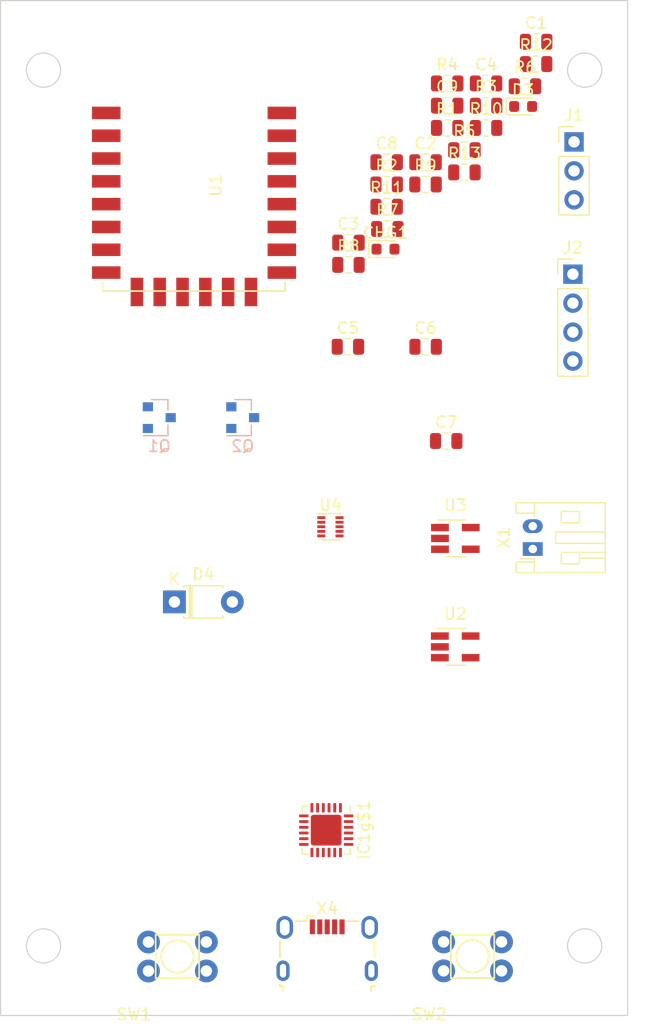
<source format=kicad_pcb>
(kicad_pcb (version 20171130) (host pcbnew 5.0.0-fee4fd1~66~ubuntu18.04.1)

  (general
    (thickness 1.6)
    (drawings 8)
    (tracks 0)
    (zones 0)
    (modules 38)
    (nets 54)
  )

  (page A4)
  (layers
    (0 F.Cu signal)
    (31 B.Cu signal)
    (32 B.Adhes user)
    (33 F.Adhes user)
    (34 B.Paste user)
    (35 F.Paste user)
    (36 B.SilkS user)
    (37 F.SilkS user)
    (38 B.Mask user)
    (39 F.Mask user)
    (40 Dwgs.User user)
    (41 Cmts.User user)
    (42 Eco1.User user)
    (43 Eco2.User user)
    (44 Edge.Cuts user)
    (45 Margin user)
    (46 B.CrtYd user)
    (47 F.CrtYd user)
    (48 B.Fab user)
    (49 F.Fab user)
  )

  (setup
    (last_trace_width 0.25)
    (trace_clearance 0.2)
    (zone_clearance 0.508)
    (zone_45_only no)
    (trace_min 0.2)
    (segment_width 0.2)
    (edge_width 0.15)
    (via_size 0.6)
    (via_drill 0.4)
    (via_min_size 0.4)
    (via_min_drill 0.3)
    (uvia_size 0.3)
    (uvia_drill 0.1)
    (uvias_allowed no)
    (uvia_min_size 0.2)
    (uvia_min_drill 0.1)
    (pcb_text_width 0.3)
    (pcb_text_size 1.5 1.5)
    (mod_edge_width 0.15)
    (mod_text_size 1 1)
    (mod_text_width 0.15)
    (pad_size 1.524 1.524)
    (pad_drill 0.762)
    (pad_to_mask_clearance 0.2)
    (aux_axis_origin 0 0)
    (visible_elements FFFFF77F)
    (pcbplotparams
      (layerselection 0x00030_80000001)
      (usegerberextensions false)
      (usegerberattributes false)
      (usegerberadvancedattributes false)
      (creategerberjobfile false)
      (excludeedgelayer true)
      (linewidth 0.100000)
      (plotframeref false)
      (viasonmask false)
      (mode 1)
      (useauxorigin false)
      (hpglpennumber 1)
      (hpglpenspeed 20)
      (hpglpendiameter 15.000000)
      (psnegative false)
      (psa4output false)
      (plotreference true)
      (plotvalue true)
      (plotinvisibletext false)
      (padsonsilk false)
      (subtractmaskfromsilk false)
      (outputformat 1)
      (mirror false)
      (drillshape 1)
      (scaleselection 1)
      (outputdirectory ""))
  )

  (net 0 "")
  (net 1 +3V3)
  (net 2 GND)
  (net 3 +BATT)
  (net 4 VCOM)
  (net 5 "Net-(C9-Pad2)")
  (net 6 "Net-(CHG1-Pad1)")
  (net 7 "Net-(D3-Pad1)")
  (net 8 "Net-(IC1g$1-Pad1)")
  (net 9 "Net-(IC1g$1-Pad3)")
  (net 10 "Net-(IC1g$1-Pad4)")
  (net 11 "Net-(IC1g$1-Pad9)")
  (net 12 "Net-(IC1g$1-Pad10)")
  (net 13 "Net-(IC1g$1-Pad11)")
  (net 14 "Net-(IC1g$1-Pad12)")
  (net 15 "Net-(IC1g$1-Pad13)")
  (net 16 "Net-(IC1g$1-Pad14)")
  (net 17 "Net-(IC1g$1-Pad15)")
  (net 18 "Net-(IC1g$1-Pad16)")
  (net 19 "Net-(IC1g$1-Pad17)")
  (net 20 "Net-(IC1g$1-Pad18)")
  (net 21 /RTS)
  (net 22 /TXD)
  (net 23 /USB_RX)
  (net 24 "Net-(IC1g$1-Pad22)")
  (net 25 /DTR)
  (net 26 "Net-(IC1g$1-Pad24)")
  (net 27 /RXD)
  (net 28 /SCL)
  (net 29 /SDA)
  (net 30 "Net-(Q1-Pad2)")
  (net 31 /GPIO0)
  (net 32 /RESET)
  (net 33 "Net-(Q2-Pad2)")
  (net 34 /CH_PD)
  (net 35 "Net-(R2-Pad1)")
  (net 36 /GPIO15)
  (net 37 /EN)
  (net 38 "Net-(R7-Pad1)")
  (net 39 "Net-(R8-Pad2)")
  (net 40 /GPIO2)
  (net 41 /BUTTON)
  (net 42 /ADC)
  (net 43 /DO)
  (net 44 /CLK)
  (net 45 /CS)
  (net 46 "Net-(U1-Pad17)")
  (net 47 "Net-(U1-Pad18)")
  (net 48 /INT1)
  (net 49 "Net-(U1-Pad20)")
  (net 50 "Net-(U1-Pad21)")
  (net 51 /INT2)
  (net 52 "Net-(U2-Pad4)")
  (net 53 "Net-(X4-Pad4)")

  (net_class Default "This is the default net class."
    (clearance 0.2)
    (trace_width 0.25)
    (via_dia 0.6)
    (via_drill 0.4)
    (uvia_dia 0.3)
    (uvia_drill 0.1)
    (add_net +3V3)
    (add_net +BATT)
    (add_net /ADC)
    (add_net /BUTTON)
    (add_net /CH_PD)
    (add_net /CLK)
    (add_net /CS)
    (add_net /DO)
    (add_net /DTR)
    (add_net /EN)
    (add_net /GPIO0)
    (add_net /GPIO15)
    (add_net /GPIO2)
    (add_net /INT1)
    (add_net /INT2)
    (add_net /RESET)
    (add_net /RTS)
    (add_net /RXD)
    (add_net /SCL)
    (add_net /SDA)
    (add_net /TXD)
    (add_net /USB_RX)
    (add_net GND)
    (add_net "Net-(C9-Pad2)")
    (add_net "Net-(CHG1-Pad1)")
    (add_net "Net-(D3-Pad1)")
    (add_net "Net-(IC1g$1-Pad1)")
    (add_net "Net-(IC1g$1-Pad10)")
    (add_net "Net-(IC1g$1-Pad11)")
    (add_net "Net-(IC1g$1-Pad12)")
    (add_net "Net-(IC1g$1-Pad13)")
    (add_net "Net-(IC1g$1-Pad14)")
    (add_net "Net-(IC1g$1-Pad15)")
    (add_net "Net-(IC1g$1-Pad16)")
    (add_net "Net-(IC1g$1-Pad17)")
    (add_net "Net-(IC1g$1-Pad18)")
    (add_net "Net-(IC1g$1-Pad22)")
    (add_net "Net-(IC1g$1-Pad24)")
    (add_net "Net-(IC1g$1-Pad3)")
    (add_net "Net-(IC1g$1-Pad4)")
    (add_net "Net-(IC1g$1-Pad9)")
    (add_net "Net-(Q1-Pad2)")
    (add_net "Net-(Q2-Pad2)")
    (add_net "Net-(R2-Pad1)")
    (add_net "Net-(R7-Pad1)")
    (add_net "Net-(R8-Pad2)")
    (add_net "Net-(U1-Pad17)")
    (add_net "Net-(U1-Pad18)")
    (add_net "Net-(U1-Pad20)")
    (add_net "Net-(U1-Pad21)")
    (add_net "Net-(U2-Pad4)")
    (add_net "Net-(X4-Pad4)")
    (add_net VCOM)
  )

  (module Package_TO_SOT_SMD:SOT-23 (layer B.Cu) (tedit 5A02FF57) (tstamp 5BE3ACDA)
    (at 142.24 97.08)
    (descr "SOT-23, Standard")
    (tags SOT-23)
    (path /5BC0756F)
    (attr smd)
    (fp_text reference Q2 (at 0 2.5) (layer B.SilkS)
      (effects (font (size 1 1) (thickness 0.15)) (justify mirror))
    )
    (fp_text value 2N2219 (at 0 -2.5) (layer B.Fab)
      (effects (font (size 1 1) (thickness 0.15)) (justify mirror))
    )
    (fp_line (start 0.76 -1.58) (end -0.7 -1.58) (layer B.SilkS) (width 0.12))
    (fp_line (start 0.76 1.58) (end -1.4 1.58) (layer B.SilkS) (width 0.12))
    (fp_line (start -1.7 -1.75) (end -1.7 1.75) (layer B.CrtYd) (width 0.05))
    (fp_line (start 1.7 -1.75) (end -1.7 -1.75) (layer B.CrtYd) (width 0.05))
    (fp_line (start 1.7 1.75) (end 1.7 -1.75) (layer B.CrtYd) (width 0.05))
    (fp_line (start -1.7 1.75) (end 1.7 1.75) (layer B.CrtYd) (width 0.05))
    (fp_line (start 0.76 1.58) (end 0.76 0.65) (layer B.SilkS) (width 0.12))
    (fp_line (start 0.76 -1.58) (end 0.76 -0.65) (layer B.SilkS) (width 0.12))
    (fp_line (start -0.7 -1.52) (end 0.7 -1.52) (layer B.Fab) (width 0.1))
    (fp_line (start 0.7 1.52) (end 0.7 -1.52) (layer B.Fab) (width 0.1))
    (fp_line (start -0.7 0.95) (end -0.15 1.52) (layer B.Fab) (width 0.1))
    (fp_line (start -0.15 1.52) (end 0.7 1.52) (layer B.Fab) (width 0.1))
    (fp_line (start -0.7 0.95) (end -0.7 -1.5) (layer B.Fab) (width 0.1))
    (fp_text user %R (at -0.04 -0.08 -90) (layer B.Fab)
      (effects (font (size 0.5 0.5) (thickness 0.075)) (justify mirror))
    )
    (pad 3 smd rect (at 1 0) (size 0.9 0.8) (layers B.Cu B.Paste B.Mask)
      (net 32 /RESET))
    (pad 2 smd rect (at -1 -0.95) (size 0.9 0.8) (layers B.Cu B.Paste B.Mask)
      (net 33 "Net-(Q2-Pad2)"))
    (pad 1 smd rect (at -1 0.95) (size 0.9 0.8) (layers B.Cu B.Paste B.Mask)
      (net 21 /RTS))
    (model ${KISYS3DMOD}/Package_TO_SOT_SMD.3dshapes/SOT-23.wrl
      (at (xyz 0 0 0))
      (scale (xyz 1 1 1))
      (rotate (xyz 0 0 0))
    )
  )

  (module Package_TO_SOT_SMD:SOT-23 (layer B.Cu) (tedit 5A02FF57) (tstamp 5BE3ACC5)
    (at 134.92 97.08)
    (descr "SOT-23, Standard")
    (tags SOT-23)
    (path /5BC07168)
    (attr smd)
    (fp_text reference Q1 (at 0 2.5) (layer B.SilkS)
      (effects (font (size 1 1) (thickness 0.15)) (justify mirror))
    )
    (fp_text value 2N2219 (at 0 -2.5) (layer B.Fab)
      (effects (font (size 1 1) (thickness 0.15)) (justify mirror))
    )
    (fp_line (start 0.76 -1.58) (end -0.7 -1.58) (layer B.SilkS) (width 0.12))
    (fp_line (start 0.76 1.58) (end -1.4 1.58) (layer B.SilkS) (width 0.12))
    (fp_line (start -1.7 -1.75) (end -1.7 1.75) (layer B.CrtYd) (width 0.05))
    (fp_line (start 1.7 -1.75) (end -1.7 -1.75) (layer B.CrtYd) (width 0.05))
    (fp_line (start 1.7 1.75) (end 1.7 -1.75) (layer B.CrtYd) (width 0.05))
    (fp_line (start -1.7 1.75) (end 1.7 1.75) (layer B.CrtYd) (width 0.05))
    (fp_line (start 0.76 1.58) (end 0.76 0.65) (layer B.SilkS) (width 0.12))
    (fp_line (start 0.76 -1.58) (end 0.76 -0.65) (layer B.SilkS) (width 0.12))
    (fp_line (start -0.7 -1.52) (end 0.7 -1.52) (layer B.Fab) (width 0.1))
    (fp_line (start 0.7 1.52) (end 0.7 -1.52) (layer B.Fab) (width 0.1))
    (fp_line (start -0.7 0.95) (end -0.15 1.52) (layer B.Fab) (width 0.1))
    (fp_line (start -0.15 1.52) (end 0.7 1.52) (layer B.Fab) (width 0.1))
    (fp_line (start -0.7 0.95) (end -0.7 -1.5) (layer B.Fab) (width 0.1))
    (fp_text user %R (at 0 0 -90) (layer B.Fab)
      (effects (font (size 0.5 0.5) (thickness 0.075)) (justify mirror))
    )
    (pad 3 smd rect (at 1 0) (size 0.9 0.8) (layers B.Cu B.Paste B.Mask)
      (net 31 /GPIO0))
    (pad 2 smd rect (at -1 -0.95) (size 0.9 0.8) (layers B.Cu B.Paste B.Mask)
      (net 30 "Net-(Q1-Pad2)"))
    (pad 1 smd rect (at -1 0.95) (size 0.9 0.8) (layers B.Cu B.Paste B.Mask)
      (net 25 /DTR))
    (model ${KISYS3DMOD}/Package_TO_SOT_SMD.3dshapes/SOT-23.wrl
      (at (xyz 0 0 0))
      (scale (xyz 1 1 1))
      (rotate (xyz 0 0 0))
    )
  )

  (module Capacitor_SMD:C_0805_2012Metric (layer F.Cu) (tedit 5B36C52B) (tstamp 5BE3AB82)
    (at 167.975001 64.125001)
    (descr "Capacitor SMD 0805 (2012 Metric), square (rectangular) end terminal, IPC_7351 nominal, (Body size source: https://docs.google.com/spreadsheets/d/1BsfQQcO9C6DZCsRaXUlFlo91Tg2WpOkGARC1WS5S8t0/edit?usp=sharing), generated with kicad-footprint-generator")
    (tags capacitor)
    (path /5BC58D2D)
    (attr smd)
    (fp_text reference C1 (at 0 -1.65) (layer F.SilkS)
      (effects (font (size 1 1) (thickness 0.15)))
    )
    (fp_text value 0.1uF (at 0 1.65) (layer F.Fab)
      (effects (font (size 1 1) (thickness 0.15)))
    )
    (fp_line (start -1 0.6) (end -1 -0.6) (layer F.Fab) (width 0.1))
    (fp_line (start -1 -0.6) (end 1 -0.6) (layer F.Fab) (width 0.1))
    (fp_line (start 1 -0.6) (end 1 0.6) (layer F.Fab) (width 0.1))
    (fp_line (start 1 0.6) (end -1 0.6) (layer F.Fab) (width 0.1))
    (fp_line (start -0.258578 -0.71) (end 0.258578 -0.71) (layer F.SilkS) (width 0.12))
    (fp_line (start -0.258578 0.71) (end 0.258578 0.71) (layer F.SilkS) (width 0.12))
    (fp_line (start -1.68 0.95) (end -1.68 -0.95) (layer F.CrtYd) (width 0.05))
    (fp_line (start -1.68 -0.95) (end 1.68 -0.95) (layer F.CrtYd) (width 0.05))
    (fp_line (start 1.68 -0.95) (end 1.68 0.95) (layer F.CrtYd) (width 0.05))
    (fp_line (start 1.68 0.95) (end -1.68 0.95) (layer F.CrtYd) (width 0.05))
    (fp_text user %R (at 0 0) (layer F.Fab)
      (effects (font (size 0.5 0.5) (thickness 0.08)))
    )
    (pad 1 smd roundrect (at -0.9375 0) (size 0.975 1.4) (layers F.Cu F.Paste F.Mask) (roundrect_rratio 0.25)
      (net 1 +3V3))
    (pad 2 smd roundrect (at 0.9375 0) (size 0.975 1.4) (layers F.Cu F.Paste F.Mask) (roundrect_rratio 0.25)
      (net 2 GND))
    (model ${KISYS3DMOD}/Capacitor_SMD.3dshapes/C_0805_2012Metric.wrl
      (at (xyz 0 0 0))
      (scale (xyz 1 1 1))
      (rotate (xyz 0 0 0))
    )
  )

  (module Capacitor_SMD:C_0805_2012Metric (layer F.Cu) (tedit 5B36C52B) (tstamp 5BE3AB93)
    (at 158.275001 74.685001)
    (descr "Capacitor SMD 0805 (2012 Metric), square (rectangular) end terminal, IPC_7351 nominal, (Body size source: https://docs.google.com/spreadsheets/d/1BsfQQcO9C6DZCsRaXUlFlo91Tg2WpOkGARC1WS5S8t0/edit?usp=sharing), generated with kicad-footprint-generator")
    (tags capacitor)
    (path /5ABEB2FF)
    (attr smd)
    (fp_text reference C2 (at 0 -1.65) (layer F.SilkS)
      (effects (font (size 1 1) (thickness 0.15)))
    )
    (fp_text value 10uF (at 0 1.65) (layer F.Fab)
      (effects (font (size 1 1) (thickness 0.15)))
    )
    (fp_line (start -1 0.6) (end -1 -0.6) (layer F.Fab) (width 0.1))
    (fp_line (start -1 -0.6) (end 1 -0.6) (layer F.Fab) (width 0.1))
    (fp_line (start 1 -0.6) (end 1 0.6) (layer F.Fab) (width 0.1))
    (fp_line (start 1 0.6) (end -1 0.6) (layer F.Fab) (width 0.1))
    (fp_line (start -0.258578 -0.71) (end 0.258578 -0.71) (layer F.SilkS) (width 0.12))
    (fp_line (start -0.258578 0.71) (end 0.258578 0.71) (layer F.SilkS) (width 0.12))
    (fp_line (start -1.68 0.95) (end -1.68 -0.95) (layer F.CrtYd) (width 0.05))
    (fp_line (start -1.68 -0.95) (end 1.68 -0.95) (layer F.CrtYd) (width 0.05))
    (fp_line (start 1.68 -0.95) (end 1.68 0.95) (layer F.CrtYd) (width 0.05))
    (fp_line (start 1.68 0.95) (end -1.68 0.95) (layer F.CrtYd) (width 0.05))
    (fp_text user %R (at 0 0) (layer F.Fab)
      (effects (font (size 0.5 0.5) (thickness 0.08)))
    )
    (pad 1 smd roundrect (at -0.9375 0) (size 0.975 1.4) (layers F.Cu F.Paste F.Mask) (roundrect_rratio 0.25)
      (net 1 +3V3))
    (pad 2 smd roundrect (at 0.9375 0) (size 0.975 1.4) (layers F.Cu F.Paste F.Mask) (roundrect_rratio 0.25)
      (net 2 GND))
    (model ${KISYS3DMOD}/Capacitor_SMD.3dshapes/C_0805_2012Metric.wrl
      (at (xyz 0 0 0))
      (scale (xyz 1 1 1))
      (rotate (xyz 0 0 0))
    )
  )

  (module Capacitor_SMD:C_0805_2012Metric (layer F.Cu) (tedit 5B36C52B) (tstamp 5BE3ABA4)
    (at 151.515001 81.735001)
    (descr "Capacitor SMD 0805 (2012 Metric), square (rectangular) end terminal, IPC_7351 nominal, (Body size source: https://docs.google.com/spreadsheets/d/1BsfQQcO9C6DZCsRaXUlFlo91Tg2WpOkGARC1WS5S8t0/edit?usp=sharing), generated with kicad-footprint-generator")
    (tags capacitor)
    (path /5ABF5335)
    (attr smd)
    (fp_text reference C3 (at 0 -1.65) (layer F.SilkS)
      (effects (font (size 1 1) (thickness 0.15)))
    )
    (fp_text value 10uF (at 0 1.65) (layer F.Fab)
      (effects (font (size 1 1) (thickness 0.15)))
    )
    (fp_line (start -1 0.6) (end -1 -0.6) (layer F.Fab) (width 0.1))
    (fp_line (start -1 -0.6) (end 1 -0.6) (layer F.Fab) (width 0.1))
    (fp_line (start 1 -0.6) (end 1 0.6) (layer F.Fab) (width 0.1))
    (fp_line (start 1 0.6) (end -1 0.6) (layer F.Fab) (width 0.1))
    (fp_line (start -0.258578 -0.71) (end 0.258578 -0.71) (layer F.SilkS) (width 0.12))
    (fp_line (start -0.258578 0.71) (end 0.258578 0.71) (layer F.SilkS) (width 0.12))
    (fp_line (start -1.68 0.95) (end -1.68 -0.95) (layer F.CrtYd) (width 0.05))
    (fp_line (start -1.68 -0.95) (end 1.68 -0.95) (layer F.CrtYd) (width 0.05))
    (fp_line (start 1.68 -0.95) (end 1.68 0.95) (layer F.CrtYd) (width 0.05))
    (fp_line (start 1.68 0.95) (end -1.68 0.95) (layer F.CrtYd) (width 0.05))
    (fp_text user %R (at 0 0) (layer F.Fab)
      (effects (font (size 0.5 0.5) (thickness 0.08)))
    )
    (pad 1 smd roundrect (at -0.9375 0) (size 0.975 1.4) (layers F.Cu F.Paste F.Mask) (roundrect_rratio 0.25)
      (net 3 +BATT))
    (pad 2 smd roundrect (at 0.9375 0) (size 0.975 1.4) (layers F.Cu F.Paste F.Mask) (roundrect_rratio 0.25)
      (net 2 GND))
    (model ${KISYS3DMOD}/Capacitor_SMD.3dshapes/C_0805_2012Metric.wrl
      (at (xyz 0 0 0))
      (scale (xyz 1 1 1))
      (rotate (xyz 0 0 0))
    )
  )

  (module Capacitor_SMD:C_0805_2012Metric (layer F.Cu) (tedit 5B36C52B) (tstamp 5BE3ABB5)
    (at 163.585001 67.775001)
    (descr "Capacitor SMD 0805 (2012 Metric), square (rectangular) end terminal, IPC_7351 nominal, (Body size source: https://docs.google.com/spreadsheets/d/1BsfQQcO9C6DZCsRaXUlFlo91Tg2WpOkGARC1WS5S8t0/edit?usp=sharing), generated with kicad-footprint-generator")
    (tags capacitor)
    (path /5BC55709)
    (attr smd)
    (fp_text reference C4 (at 0 -1.65) (layer F.SilkS)
      (effects (font (size 1 1) (thickness 0.15)))
    )
    (fp_text value "0.1 uF" (at 0 1.65) (layer F.Fab)
      (effects (font (size 1 1) (thickness 0.15)))
    )
    (fp_text user %R (at 0 0) (layer F.Fab)
      (effects (font (size 0.5 0.5) (thickness 0.08)))
    )
    (fp_line (start 1.68 0.95) (end -1.68 0.95) (layer F.CrtYd) (width 0.05))
    (fp_line (start 1.68 -0.95) (end 1.68 0.95) (layer F.CrtYd) (width 0.05))
    (fp_line (start -1.68 -0.95) (end 1.68 -0.95) (layer F.CrtYd) (width 0.05))
    (fp_line (start -1.68 0.95) (end -1.68 -0.95) (layer F.CrtYd) (width 0.05))
    (fp_line (start -0.258578 0.71) (end 0.258578 0.71) (layer F.SilkS) (width 0.12))
    (fp_line (start -0.258578 -0.71) (end 0.258578 -0.71) (layer F.SilkS) (width 0.12))
    (fp_line (start 1 0.6) (end -1 0.6) (layer F.Fab) (width 0.1))
    (fp_line (start 1 -0.6) (end 1 0.6) (layer F.Fab) (width 0.1))
    (fp_line (start -1 -0.6) (end 1 -0.6) (layer F.Fab) (width 0.1))
    (fp_line (start -1 0.6) (end -1 -0.6) (layer F.Fab) (width 0.1))
    (pad 2 smd roundrect (at 0.9375 0) (size 0.975 1.4) (layers F.Cu F.Paste F.Mask) (roundrect_rratio 0.25)
      (net 1 +3V3))
    (pad 1 smd roundrect (at -0.9375 0) (size 0.975 1.4) (layers F.Cu F.Paste F.Mask) (roundrect_rratio 0.25)
      (net 2 GND))
    (model ${KISYS3DMOD}/Capacitor_SMD.3dshapes/C_0805_2012Metric.wrl
      (at (xyz 0 0 0))
      (scale (xyz 1 1 1))
      (rotate (xyz 0 0 0))
    )
  )

  (module Capacitor_SMD:C_0805_2012Metric (layer F.Cu) (tedit 5B36C52B) (tstamp 5BE3ABC6)
    (at 151.465001 90.865001)
    (descr "Capacitor SMD 0805 (2012 Metric), square (rectangular) end terminal, IPC_7351 nominal, (Body size source: https://docs.google.com/spreadsheets/d/1BsfQQcO9C6DZCsRaXUlFlo91Tg2WpOkGARC1WS5S8t0/edit?usp=sharing), generated with kicad-footprint-generator")
    (tags capacitor)
    (path /5BC58E1A)
    (attr smd)
    (fp_text reference C5 (at 0 -1.65) (layer F.SilkS)
      (effects (font (size 1 1) (thickness 0.15)))
    )
    (fp_text value 1uF (at 0 1.65) (layer F.Fab)
      (effects (font (size 1 1) (thickness 0.15)))
    )
    (fp_text user %R (at -0.465001 -0.875001) (layer F.Fab)
      (effects (font (size 0.5 0.5) (thickness 0.08)))
    )
    (fp_line (start 1.68 0.95) (end -1.68 0.95) (layer F.CrtYd) (width 0.05))
    (fp_line (start 1.68 -0.95) (end 1.68 0.95) (layer F.CrtYd) (width 0.05))
    (fp_line (start -1.68 -0.95) (end 1.68 -0.95) (layer F.CrtYd) (width 0.05))
    (fp_line (start -1.68 0.95) (end -1.68 -0.95) (layer F.CrtYd) (width 0.05))
    (fp_line (start -0.258578 0.71) (end 0.258578 0.71) (layer F.SilkS) (width 0.12))
    (fp_line (start -0.258578 -0.71) (end 0.258578 -0.71) (layer F.SilkS) (width 0.12))
    (fp_line (start 1 0.6) (end -1 0.6) (layer F.Fab) (width 0.1))
    (fp_line (start 1 -0.6) (end 1 0.6) (layer F.Fab) (width 0.1))
    (fp_line (start -1 -0.6) (end 1 -0.6) (layer F.Fab) (width 0.1))
    (fp_line (start -1 0.6) (end -1 -0.6) (layer F.Fab) (width 0.1))
    (pad 2 smd roundrect (at 0.9375 0) (size 0.975 1.4) (layers F.Cu F.Paste F.Mask) (roundrect_rratio 0.25)
      (net 2 GND))
    (pad 1 smd roundrect (at -0.9375 0) (size 0.975 1.4) (layers F.Cu F.Paste F.Mask) (roundrect_rratio 0.25)
      (net 1 +3V3))
    (model ${KISYS3DMOD}/Capacitor_SMD.3dshapes/C_0805_2012Metric.wrl
      (at (xyz 0 0 0))
      (scale (xyz 1 1 1))
      (rotate (xyz 0 0 0))
    )
  )

  (module Capacitor_SMD:C_0805_2012Metric (layer F.Cu) (tedit 5B36C52B) (tstamp 5BE3ABD7)
    (at 158.285001 90.865001)
    (descr "Capacitor SMD 0805 (2012 Metric), square (rectangular) end terminal, IPC_7351 nominal, (Body size source: https://docs.google.com/spreadsheets/d/1BsfQQcO9C6DZCsRaXUlFlo91Tg2WpOkGARC1WS5S8t0/edit?usp=sharing), generated with kicad-footprint-generator")
    (tags capacitor)
    (path /5ABE8FB8)
    (attr smd)
    (fp_text reference C6 (at 0 -1.65) (layer F.SilkS)
      (effects (font (size 1 1) (thickness 0.15)))
    )
    (fp_text value "10 uF" (at 0 1.65) (layer F.Fab)
      (effects (font (size 1 1) (thickness 0.15)))
    )
    (fp_text user %R (at 0 0) (layer F.Fab)
      (effects (font (size 0.5 0.5) (thickness 0.08)))
    )
    (fp_line (start 1.68 0.95) (end -1.68 0.95) (layer F.CrtYd) (width 0.05))
    (fp_line (start 1.68 -0.95) (end 1.68 0.95) (layer F.CrtYd) (width 0.05))
    (fp_line (start -1.68 -0.95) (end 1.68 -0.95) (layer F.CrtYd) (width 0.05))
    (fp_line (start -1.68 0.95) (end -1.68 -0.95) (layer F.CrtYd) (width 0.05))
    (fp_line (start -0.258578 0.71) (end 0.258578 0.71) (layer F.SilkS) (width 0.12))
    (fp_line (start -0.258578 -0.71) (end 0.258578 -0.71) (layer F.SilkS) (width 0.12))
    (fp_line (start 1 0.6) (end -1 0.6) (layer F.Fab) (width 0.1))
    (fp_line (start 1 -0.6) (end 1 0.6) (layer F.Fab) (width 0.1))
    (fp_line (start -1 -0.6) (end 1 -0.6) (layer F.Fab) (width 0.1))
    (fp_line (start -1 0.6) (end -1 -0.6) (layer F.Fab) (width 0.1))
    (pad 2 smd roundrect (at 0.9375 0) (size 0.975 1.4) (layers F.Cu F.Paste F.Mask) (roundrect_rratio 0.25)
      (net 2 GND))
    (pad 1 smd roundrect (at -0.9375 0) (size 0.975 1.4) (layers F.Cu F.Paste F.Mask) (roundrect_rratio 0.25)
      (net 4 VCOM))
    (model ${KISYS3DMOD}/Capacitor_SMD.3dshapes/C_0805_2012Metric.wrl
      (at (xyz 0 0 0))
      (scale (xyz 1 1 1))
      (rotate (xyz 0 0 0))
    )
  )

  (module Capacitor_SMD:C_0805_2012Metric (layer F.Cu) (tedit 5B36C52B) (tstamp 5BE3ABE8)
    (at 160.09 99.13)
    (descr "Capacitor SMD 0805 (2012 Metric), square (rectangular) end terminal, IPC_7351 nominal, (Body size source: https://docs.google.com/spreadsheets/d/1BsfQQcO9C6DZCsRaXUlFlo91Tg2WpOkGARC1WS5S8t0/edit?usp=sharing), generated with kicad-footprint-generator")
    (tags capacitor)
    (path /5ABE9195)
    (attr smd)
    (fp_text reference C7 (at 0 -1.65) (layer F.SilkS)
      (effects (font (size 1 1) (thickness 0.15)))
    )
    (fp_text value 1uF (at 0 1.65) (layer F.Fab)
      (effects (font (size 1 1) (thickness 0.15)))
    )
    (fp_text user %R (at 0 0) (layer F.Fab)
      (effects (font (size 0.5 0.5) (thickness 0.08)))
    )
    (fp_line (start 1.68 0.95) (end -1.68 0.95) (layer F.CrtYd) (width 0.05))
    (fp_line (start 1.68 -0.95) (end 1.68 0.95) (layer F.CrtYd) (width 0.05))
    (fp_line (start -1.68 -0.95) (end 1.68 -0.95) (layer F.CrtYd) (width 0.05))
    (fp_line (start -1.68 0.95) (end -1.68 -0.95) (layer F.CrtYd) (width 0.05))
    (fp_line (start -0.258578 0.71) (end 0.258578 0.71) (layer F.SilkS) (width 0.12))
    (fp_line (start -0.258578 -0.71) (end 0.258578 -0.71) (layer F.SilkS) (width 0.12))
    (fp_line (start 1 0.6) (end -1 0.6) (layer F.Fab) (width 0.1))
    (fp_line (start 1 -0.6) (end 1 0.6) (layer F.Fab) (width 0.1))
    (fp_line (start -1 -0.6) (end 1 -0.6) (layer F.Fab) (width 0.1))
    (fp_line (start -1 0.6) (end -1 -0.6) (layer F.Fab) (width 0.1))
    (pad 2 smd roundrect (at 0.9375 0) (size 0.975 1.4) (layers F.Cu F.Paste F.Mask) (roundrect_rratio 0.25)
      (net 2 GND))
    (pad 1 smd roundrect (at -0.9375 0) (size 0.975 1.4) (layers F.Cu F.Paste F.Mask) (roundrect_rratio 0.25)
      (net 1 +3V3))
    (model ${KISYS3DMOD}/Capacitor_SMD.3dshapes/C_0805_2012Metric.wrl
      (at (xyz 0 0 0))
      (scale (xyz 1 1 1))
      (rotate (xyz 0 0 0))
    )
  )

  (module Capacitor_SMD:C_0805_2012Metric (layer F.Cu) (tedit 5B36C52B) (tstamp 5BE3ABF9)
    (at 154.865001 74.685001)
    (descr "Capacitor SMD 0805 (2012 Metric), square (rectangular) end terminal, IPC_7351 nominal, (Body size source: https://docs.google.com/spreadsheets/d/1BsfQQcO9C6DZCsRaXUlFlo91Tg2WpOkGARC1WS5S8t0/edit?usp=sharing), generated with kicad-footprint-generator")
    (tags capacitor)
    (path /5ABE90DB)
    (attr smd)
    (fp_text reference C8 (at 0 -1.65) (layer F.SilkS)
      (effects (font (size 1 1) (thickness 0.15)))
    )
    (fp_text value 10uF (at 0 1.65) (layer F.Fab)
      (effects (font (size 1 1) (thickness 0.15)))
    )
    (fp_line (start -1 0.6) (end -1 -0.6) (layer F.Fab) (width 0.1))
    (fp_line (start -1 -0.6) (end 1 -0.6) (layer F.Fab) (width 0.1))
    (fp_line (start 1 -0.6) (end 1 0.6) (layer F.Fab) (width 0.1))
    (fp_line (start 1 0.6) (end -1 0.6) (layer F.Fab) (width 0.1))
    (fp_line (start -0.258578 -0.71) (end 0.258578 -0.71) (layer F.SilkS) (width 0.12))
    (fp_line (start -0.258578 0.71) (end 0.258578 0.71) (layer F.SilkS) (width 0.12))
    (fp_line (start -1.68 0.95) (end -1.68 -0.95) (layer F.CrtYd) (width 0.05))
    (fp_line (start -1.68 -0.95) (end 1.68 -0.95) (layer F.CrtYd) (width 0.05))
    (fp_line (start 1.68 -0.95) (end 1.68 0.95) (layer F.CrtYd) (width 0.05))
    (fp_line (start 1.68 0.95) (end -1.68 0.95) (layer F.CrtYd) (width 0.05))
    (fp_text user %R (at 0 0) (layer F.Fab)
      (effects (font (size 0.5 0.5) (thickness 0.08)))
    )
    (pad 1 smd roundrect (at -0.9375 0) (size 0.975 1.4) (layers F.Cu F.Paste F.Mask) (roundrect_rratio 0.25)
      (net 1 +3V3))
    (pad 2 smd roundrect (at 0.9375 0) (size 0.975 1.4) (layers F.Cu F.Paste F.Mask) (roundrect_rratio 0.25)
      (net 2 GND))
    (model ${KISYS3DMOD}/Capacitor_SMD.3dshapes/C_0805_2012Metric.wrl
      (at (xyz 0 0 0))
      (scale (xyz 1 1 1))
      (rotate (xyz 0 0 0))
    )
  )

  (module Capacitor_SMD:C_0805_2012Metric (layer F.Cu) (tedit 5B36C52B) (tstamp 5BE3AC0A)
    (at 160.175001 69.725001)
    (descr "Capacitor SMD 0805 (2012 Metric), square (rectangular) end terminal, IPC_7351 nominal, (Body size source: https://docs.google.com/spreadsheets/d/1BsfQQcO9C6DZCsRaXUlFlo91Tg2WpOkGARC1WS5S8t0/edit?usp=sharing), generated with kicad-footprint-generator")
    (tags capacitor)
    (path /5BC49795)
    (attr smd)
    (fp_text reference C9 (at 0 -1.65) (layer F.SilkS)
      (effects (font (size 1 1) (thickness 0.15)))
    )
    (fp_text value 0.1uF (at 0 1.65) (layer F.Fab)
      (effects (font (size 1 1) (thickness 0.15)))
    )
    (fp_line (start -1 0.6) (end -1 -0.6) (layer F.Fab) (width 0.1))
    (fp_line (start -1 -0.6) (end 1 -0.6) (layer F.Fab) (width 0.1))
    (fp_line (start 1 -0.6) (end 1 0.6) (layer F.Fab) (width 0.1))
    (fp_line (start 1 0.6) (end -1 0.6) (layer F.Fab) (width 0.1))
    (fp_line (start -0.258578 -0.71) (end 0.258578 -0.71) (layer F.SilkS) (width 0.12))
    (fp_line (start -0.258578 0.71) (end 0.258578 0.71) (layer F.SilkS) (width 0.12))
    (fp_line (start -1.68 0.95) (end -1.68 -0.95) (layer F.CrtYd) (width 0.05))
    (fp_line (start -1.68 -0.95) (end 1.68 -0.95) (layer F.CrtYd) (width 0.05))
    (fp_line (start 1.68 -0.95) (end 1.68 0.95) (layer F.CrtYd) (width 0.05))
    (fp_line (start 1.68 0.95) (end -1.68 0.95) (layer F.CrtYd) (width 0.05))
    (fp_text user %R (at 0 0) (layer F.Fab)
      (effects (font (size 0.5 0.5) (thickness 0.08)))
    )
    (pad 1 smd roundrect (at -0.9375 0) (size 0.975 1.4) (layers F.Cu F.Paste F.Mask) (roundrect_rratio 0.25)
      (net 2 GND))
    (pad 2 smd roundrect (at 0.9375 0) (size 0.975 1.4) (layers F.Cu F.Paste F.Mask) (roundrect_rratio 0.25)
      (net 5 "Net-(C9-Pad2)"))
    (model ${KISYS3DMOD}/Capacitor_SMD.3dshapes/C_0805_2012Metric.wrl
      (at (xyz 0 0 0))
      (scale (xyz 1 1 1))
      (rotate (xyz 0 0 0))
    )
  )

  (module LED_SMD:LED_0603_1608Metric (layer F.Cu) (tedit 5B301BBE) (tstamp 5BE3AC1D)
    (at 154.765001 82.305001)
    (descr "LED SMD 0603 (1608 Metric), square (rectangular) end terminal, IPC_7351 nominal, (Body size source: http://www.tortai-tech.com/upload/download/2011102023233369053.pdf), generated with kicad-footprint-generator")
    (tags diode)
    (path /5ABF50E9)
    (attr smd)
    (fp_text reference CHG1 (at 0 -1.43) (layer F.SilkS)
      (effects (font (size 1 1) (thickness 0.15)))
    )
    (fp_text value ORANGE (at 0 1.43) (layer F.Fab)
      (effects (font (size 1 1) (thickness 0.15)))
    )
    (fp_line (start 0.8 -0.4) (end -0.5 -0.4) (layer F.Fab) (width 0.1))
    (fp_line (start -0.5 -0.4) (end -0.8 -0.1) (layer F.Fab) (width 0.1))
    (fp_line (start -0.8 -0.1) (end -0.8 0.4) (layer F.Fab) (width 0.1))
    (fp_line (start -0.8 0.4) (end 0.8 0.4) (layer F.Fab) (width 0.1))
    (fp_line (start 0.8 0.4) (end 0.8 -0.4) (layer F.Fab) (width 0.1))
    (fp_line (start 0.8 -0.735) (end -1.485 -0.735) (layer F.SilkS) (width 0.12))
    (fp_line (start -1.485 -0.735) (end -1.485 0.735) (layer F.SilkS) (width 0.12))
    (fp_line (start -1.485 0.735) (end 0.8 0.735) (layer F.SilkS) (width 0.12))
    (fp_line (start -1.48 0.73) (end -1.48 -0.73) (layer F.CrtYd) (width 0.05))
    (fp_line (start -1.48 -0.73) (end 1.48 -0.73) (layer F.CrtYd) (width 0.05))
    (fp_line (start 1.48 -0.73) (end 1.48 0.73) (layer F.CrtYd) (width 0.05))
    (fp_line (start 1.48 0.73) (end -1.48 0.73) (layer F.CrtYd) (width 0.05))
    (fp_text user %R (at 0 0) (layer F.Fab)
      (effects (font (size 0.4 0.4) (thickness 0.06)))
    )
    (pad 1 smd roundrect (at -0.7875 0) (size 0.875 0.95) (layers F.Cu F.Paste F.Mask) (roundrect_rratio 0.25)
      (net 6 "Net-(CHG1-Pad1)"))
    (pad 2 smd roundrect (at 0.7875 0) (size 0.875 0.95) (layers F.Cu F.Paste F.Mask) (roundrect_rratio 0.25)
      (net 4 VCOM))
    (model ${KISYS3DMOD}/LED_SMD.3dshapes/LED_0603_1608Metric.wrl
      (at (xyz 0 0 0))
      (scale (xyz 1 1 1))
      (rotate (xyz 0 0 0))
    )
  )

  (module LED_SMD:LED_0603_1608Metric (layer F.Cu) (tedit 5B301BBE) (tstamp 5BE3AC30)
    (at 166.835001 69.795001)
    (descr "LED SMD 0603 (1608 Metric), square (rectangular) end terminal, IPC_7351 nominal, (Body size source: http://www.tortai-tech.com/upload/download/2011102023233369053.pdf), generated with kicad-footprint-generator")
    (tags diode)
    (path /5ABFA623)
    (attr smd)
    (fp_text reference D3 (at 0 -1.43) (layer F.SilkS)
      (effects (font (size 1 1) (thickness 0.15)))
    )
    (fp_text value RED (at 0 1.43) (layer F.Fab)
      (effects (font (size 1 1) (thickness 0.15)))
    )
    (fp_text user %R (at 0 0) (layer F.Fab)
      (effects (font (size 0.4 0.4) (thickness 0.06)))
    )
    (fp_line (start 1.48 0.73) (end -1.48 0.73) (layer F.CrtYd) (width 0.05))
    (fp_line (start 1.48 -0.73) (end 1.48 0.73) (layer F.CrtYd) (width 0.05))
    (fp_line (start -1.48 -0.73) (end 1.48 -0.73) (layer F.CrtYd) (width 0.05))
    (fp_line (start -1.48 0.73) (end -1.48 -0.73) (layer F.CrtYd) (width 0.05))
    (fp_line (start -1.485 0.735) (end 0.8 0.735) (layer F.SilkS) (width 0.12))
    (fp_line (start -1.485 -0.735) (end -1.485 0.735) (layer F.SilkS) (width 0.12))
    (fp_line (start 0.8 -0.735) (end -1.485 -0.735) (layer F.SilkS) (width 0.12))
    (fp_line (start 0.8 0.4) (end 0.8 -0.4) (layer F.Fab) (width 0.1))
    (fp_line (start -0.8 0.4) (end 0.8 0.4) (layer F.Fab) (width 0.1))
    (fp_line (start -0.8 -0.1) (end -0.8 0.4) (layer F.Fab) (width 0.1))
    (fp_line (start -0.5 -0.4) (end -0.8 -0.1) (layer F.Fab) (width 0.1))
    (fp_line (start 0.8 -0.4) (end -0.5 -0.4) (layer F.Fab) (width 0.1))
    (pad 2 smd roundrect (at 0.7875 0) (size 0.875 0.95) (layers F.Cu F.Paste F.Mask) (roundrect_rratio 0.25)
      (net 1 +3V3))
    (pad 1 smd roundrect (at -0.7875 0) (size 0.875 0.95) (layers F.Cu F.Paste F.Mask) (roundrect_rratio 0.25)
      (net 7 "Net-(D3-Pad1)"))
    (model ${KISYS3DMOD}/LED_SMD.3dshapes/LED_0603_1608Metric.wrl
      (at (xyz 0 0 0))
      (scale (xyz 1 1 1))
      (rotate (xyz 0 0 0))
    )
  )

  (module Diode_THT:D_T-1_P5.08mm_Horizontal (layer F.Cu) (tedit 5AE50CD5) (tstamp 5BE3AC4F)
    (at 136.25 113.24)
    (descr "Diode, T-1 series, Axial, Horizontal, pin pitch=5.08mm, , length*diameter=3.2*2.6mm^2, , http://www.diodes.com/_files/packages/T-1.pdf")
    (tags "Diode T-1 series Axial Horizontal pin pitch 5.08mm  length 3.2mm diameter 2.6mm")
    (path /5ABE8C65)
    (fp_text reference D4 (at 2.54 -2.42) (layer F.SilkS)
      (effects (font (size 1 1) (thickness 0.15)))
    )
    (fp_text value D_Schottky (at 2.54 2.42) (layer F.Fab)
      (effects (font (size 1 1) (thickness 0.15)))
    )
    (fp_line (start 0.94 -1.3) (end 0.94 1.3) (layer F.Fab) (width 0.1))
    (fp_line (start 0.94 1.3) (end 4.14 1.3) (layer F.Fab) (width 0.1))
    (fp_line (start 4.14 1.3) (end 4.14 -1.3) (layer F.Fab) (width 0.1))
    (fp_line (start 4.14 -1.3) (end 0.94 -1.3) (layer F.Fab) (width 0.1))
    (fp_line (start 0 0) (end 0.94 0) (layer F.Fab) (width 0.1))
    (fp_line (start 5.08 0) (end 4.14 0) (layer F.Fab) (width 0.1))
    (fp_line (start 1.42 -1.3) (end 1.42 1.3) (layer F.Fab) (width 0.1))
    (fp_line (start 1.52 -1.3) (end 1.52 1.3) (layer F.Fab) (width 0.1))
    (fp_line (start 1.32 -1.3) (end 1.32 1.3) (layer F.Fab) (width 0.1))
    (fp_line (start 0.82 -1.24) (end 0.82 -1.42) (layer F.SilkS) (width 0.12))
    (fp_line (start 0.82 -1.42) (end 4.26 -1.42) (layer F.SilkS) (width 0.12))
    (fp_line (start 4.26 -1.42) (end 4.26 -1.24) (layer F.SilkS) (width 0.12))
    (fp_line (start 0.82 1.24) (end 0.82 1.42) (layer F.SilkS) (width 0.12))
    (fp_line (start 0.82 1.42) (end 4.26 1.42) (layer F.SilkS) (width 0.12))
    (fp_line (start 4.26 1.42) (end 4.26 1.24) (layer F.SilkS) (width 0.12))
    (fp_line (start 1.42 -1.42) (end 1.42 1.42) (layer F.SilkS) (width 0.12))
    (fp_line (start 1.54 -1.42) (end 1.54 1.42) (layer F.SilkS) (width 0.12))
    (fp_line (start 1.3 -1.42) (end 1.3 1.42) (layer F.SilkS) (width 0.12))
    (fp_line (start -1.25 -1.55) (end -1.25 1.55) (layer F.CrtYd) (width 0.05))
    (fp_line (start -1.25 1.55) (end 6.33 1.55) (layer F.CrtYd) (width 0.05))
    (fp_line (start 6.33 1.55) (end 6.33 -1.55) (layer F.CrtYd) (width 0.05))
    (fp_line (start 6.33 -1.55) (end -1.25 -1.55) (layer F.CrtYd) (width 0.05))
    (fp_text user %R (at 2.78 0) (layer F.Fab)
      (effects (font (size 0.64 0.64) (thickness 0.096)))
    )
    (fp_text user K (at 0 -2) (layer F.Fab)
      (effects (font (size 1 1) (thickness 0.15)))
    )
    (fp_text user K (at 0 -2) (layer F.SilkS)
      (effects (font (size 1 1) (thickness 0.15)))
    )
    (pad 1 thru_hole rect (at 0 0) (size 2 2) (drill 1) (layers *.Cu *.Mask)
      (net 4 VCOM))
    (pad 2 thru_hole oval (at 5.08 0) (size 2 2) (drill 1) (layers *.Cu *.Mask)
      (net 3 +BATT))
    (model ${KISYS3DMOD}/Diode_THT.3dshapes/D_T-1_P5.08mm_Horizontal.wrl
      (at (xyz 0 0 0))
      (scale (xyz 1 1 1))
      (rotate (xyz 0 0 0))
    )
  )

  (module Package_DFN_QFN:QFN-24-1EP_4x4mm_P0.5mm_EP2.7x2.7mm (layer F.Cu) (tedit 5B4E6D2D) (tstamp 5BE3AC81)
    (at 149.56 133.25 270)
    (descr "QFN, 24 Pin (http://www.alfarzpp.lv/eng/sc/AS3330.pdf), generated with kicad-footprint-generator ipc_dfn_qfn_generator.py")
    (tags "QFN DFN_QFN")
    (path /5ABEAC9C)
    (attr smd)
    (fp_text reference IC1g$1 (at 0 -3.32 270) (layer F.SilkS)
      (effects (font (size 1 1) (thickness 0.15)))
    )
    (fp_text value CP2104 (at 0 3.32 270) (layer F.Fab)
      (effects (font (size 1 1) (thickness 0.15)))
    )
    (fp_line (start 1.635 -2.11) (end 2.11 -2.11) (layer F.SilkS) (width 0.12))
    (fp_line (start 2.11 -2.11) (end 2.11 -1.635) (layer F.SilkS) (width 0.12))
    (fp_line (start -1.635 2.11) (end -2.11 2.11) (layer F.SilkS) (width 0.12))
    (fp_line (start -2.11 2.11) (end -2.11 1.635) (layer F.SilkS) (width 0.12))
    (fp_line (start 1.635 2.11) (end 2.11 2.11) (layer F.SilkS) (width 0.12))
    (fp_line (start 2.11 2.11) (end 2.11 1.635) (layer F.SilkS) (width 0.12))
    (fp_line (start -1.635 -2.11) (end -2.11 -2.11) (layer F.SilkS) (width 0.12))
    (fp_line (start -1 -2) (end 2 -2) (layer F.Fab) (width 0.1))
    (fp_line (start 2 -2) (end 2 2) (layer F.Fab) (width 0.1))
    (fp_line (start 2 2) (end -2 2) (layer F.Fab) (width 0.1))
    (fp_line (start -2 2) (end -2 -1) (layer F.Fab) (width 0.1))
    (fp_line (start -2 -1) (end -1 -2) (layer F.Fab) (width 0.1))
    (fp_line (start -2.62 -2.62) (end -2.62 2.62) (layer F.CrtYd) (width 0.05))
    (fp_line (start -2.62 2.62) (end 2.62 2.62) (layer F.CrtYd) (width 0.05))
    (fp_line (start 2.62 2.62) (end 2.62 -2.62) (layer F.CrtYd) (width 0.05))
    (fp_line (start 2.62 -2.62) (end -2.62 -2.62) (layer F.CrtYd) (width 0.05))
    (fp_text user %R (at 0 0 270) (layer F.Fab)
      (effects (font (size 1 1) (thickness 0.15)))
    )
    (pad 25 smd roundrect (at 0 0 270) (size 2.7 2.7) (layers F.Cu F.Mask) (roundrect_rratio 0.09259299999999999))
    (pad "" smd roundrect (at -0.675 -0.675 270) (size 1.09 1.09) (layers F.Paste) (roundrect_rratio 0.229358))
    (pad "" smd roundrect (at -0.675 0.675 270) (size 1.09 1.09) (layers F.Paste) (roundrect_rratio 0.229358))
    (pad "" smd roundrect (at 0.675 -0.675 270) (size 1.09 1.09) (layers F.Paste) (roundrect_rratio 0.229358))
    (pad "" smd roundrect (at 0.675 0.675 270) (size 1.09 1.09) (layers F.Paste) (roundrect_rratio 0.229358))
    (pad 1 smd roundrect (at -1.9625 -1.25 270) (size 0.825 0.25) (layers F.Cu F.Paste F.Mask) (roundrect_rratio 0.25)
      (net 8 "Net-(IC1g$1-Pad1)"))
    (pad 2 smd roundrect (at -1.9625 -0.75 270) (size 0.825 0.25) (layers F.Cu F.Paste F.Mask) (roundrect_rratio 0.25)
      (net 2 GND))
    (pad 3 smd roundrect (at -1.9625 -0.25 270) (size 0.825 0.25) (layers F.Cu F.Paste F.Mask) (roundrect_rratio 0.25)
      (net 9 "Net-(IC1g$1-Pad3)"))
    (pad 4 smd roundrect (at -1.9625 0.25 270) (size 0.825 0.25) (layers F.Cu F.Paste F.Mask) (roundrect_rratio 0.25)
      (net 10 "Net-(IC1g$1-Pad4)"))
    (pad 5 smd roundrect (at -1.9625 0.75 270) (size 0.825 0.25) (layers F.Cu F.Paste F.Mask) (roundrect_rratio 0.25)
      (net 1 +3V3))
    (pad 6 smd roundrect (at -1.9625 1.25 270) (size 0.825 0.25) (layers F.Cu F.Paste F.Mask) (roundrect_rratio 0.25)
      (net 1 +3V3))
    (pad 7 smd roundrect (at -1.25 1.9625 270) (size 0.25 0.825) (layers F.Cu F.Paste F.Mask) (roundrect_rratio 0.25)
      (net 1 +3V3))
    (pad 8 smd roundrect (at -0.75 1.9625 270) (size 0.25 0.825) (layers F.Cu F.Paste F.Mask) (roundrect_rratio 0.25)
      (net 4 VCOM))
    (pad 9 smd roundrect (at -0.25 1.9625 270) (size 0.25 0.825) (layers F.Cu F.Paste F.Mask) (roundrect_rratio 0.25)
      (net 11 "Net-(IC1g$1-Pad9)"))
    (pad 10 smd roundrect (at 0.25 1.9625 270) (size 0.25 0.825) (layers F.Cu F.Paste F.Mask) (roundrect_rratio 0.25)
      (net 12 "Net-(IC1g$1-Pad10)"))
    (pad 11 smd roundrect (at 0.75 1.9625 270) (size 0.25 0.825) (layers F.Cu F.Paste F.Mask) (roundrect_rratio 0.25)
      (net 13 "Net-(IC1g$1-Pad11)"))
    (pad 12 smd roundrect (at 1.25 1.9625 270) (size 0.25 0.825) (layers F.Cu F.Paste F.Mask) (roundrect_rratio 0.25)
      (net 14 "Net-(IC1g$1-Pad12)"))
    (pad 13 smd roundrect (at 1.9625 1.25 270) (size 0.825 0.25) (layers F.Cu F.Paste F.Mask) (roundrect_rratio 0.25)
      (net 15 "Net-(IC1g$1-Pad13)"))
    (pad 14 smd roundrect (at 1.9625 0.75 270) (size 0.825 0.25) (layers F.Cu F.Paste F.Mask) (roundrect_rratio 0.25)
      (net 16 "Net-(IC1g$1-Pad14)"))
    (pad 15 smd roundrect (at 1.9625 0.25 270) (size 0.825 0.25) (layers F.Cu F.Paste F.Mask) (roundrect_rratio 0.25)
      (net 17 "Net-(IC1g$1-Pad15)"))
    (pad 16 smd roundrect (at 1.9625 -0.25 270) (size 0.825 0.25) (layers F.Cu F.Paste F.Mask) (roundrect_rratio 0.25)
      (net 18 "Net-(IC1g$1-Pad16)"))
    (pad 17 smd roundrect (at 1.9625 -0.75 270) (size 0.825 0.25) (layers F.Cu F.Paste F.Mask) (roundrect_rratio 0.25)
      (net 19 "Net-(IC1g$1-Pad17)"))
    (pad 18 smd roundrect (at 1.9625 -1.25 270) (size 0.825 0.25) (layers F.Cu F.Paste F.Mask) (roundrect_rratio 0.25)
      (net 20 "Net-(IC1g$1-Pad18)"))
    (pad 19 smd roundrect (at 1.25 -1.9625 270) (size 0.25 0.825) (layers F.Cu F.Paste F.Mask) (roundrect_rratio 0.25)
      (net 21 /RTS))
    (pad 20 smd roundrect (at 0.75 -1.9625 270) (size 0.25 0.825) (layers F.Cu F.Paste F.Mask) (roundrect_rratio 0.25)
      (net 22 /TXD))
    (pad 21 smd roundrect (at 0.25 -1.9625 270) (size 0.25 0.825) (layers F.Cu F.Paste F.Mask) (roundrect_rratio 0.25)
      (net 23 /USB_RX))
    (pad 22 smd roundrect (at -0.25 -1.9625 270) (size 0.25 0.825) (layers F.Cu F.Paste F.Mask) (roundrect_rratio 0.25)
      (net 24 "Net-(IC1g$1-Pad22)"))
    (pad 23 smd roundrect (at -0.75 -1.9625 270) (size 0.25 0.825) (layers F.Cu F.Paste F.Mask) (roundrect_rratio 0.25)
      (net 25 /DTR))
    (pad 24 smd roundrect (at -1.25 -1.9625 270) (size 0.25 0.825) (layers F.Cu F.Paste F.Mask) (roundrect_rratio 0.25)
      (net 26 "Net-(IC1g$1-Pad24)"))
    (model ${KISYS3DMOD}/Package_DFN_QFN.3dshapes/QFN-24-1EP_4x4mm_P0.5mm_EP2.7x2.7mm.wrl
      (at (xyz 0 0 0))
      (scale (xyz 1 1 1))
      (rotate (xyz 0 0 0))
    )
  )

  (module Connector_PinHeader_2.54mm:PinHeader_1x03_P2.54mm_Vertical (layer F.Cu) (tedit 59FED5CC) (tstamp 5BE3AC98)
    (at 171.3 72.9)
    (descr "Through hole straight pin header, 1x03, 2.54mm pitch, single row")
    (tags "Through hole pin header THT 1x03 2.54mm single row")
    (path /5BC0C9F8)
    (fp_text reference J1 (at 0 -2.33) (layer F.SilkS)
      (effects (font (size 1 1) (thickness 0.15)))
    )
    (fp_text value Conn_01x03_Female (at 0 7.41) (layer F.Fab)
      (effects (font (size 1 1) (thickness 0.15)))
    )
    (fp_line (start -0.635 -1.27) (end 1.27 -1.27) (layer F.Fab) (width 0.1))
    (fp_line (start 1.27 -1.27) (end 1.27 6.35) (layer F.Fab) (width 0.1))
    (fp_line (start 1.27 6.35) (end -1.27 6.35) (layer F.Fab) (width 0.1))
    (fp_line (start -1.27 6.35) (end -1.27 -0.635) (layer F.Fab) (width 0.1))
    (fp_line (start -1.27 -0.635) (end -0.635 -1.27) (layer F.Fab) (width 0.1))
    (fp_line (start -1.33 6.41) (end 1.33 6.41) (layer F.SilkS) (width 0.12))
    (fp_line (start -1.33 1.27) (end -1.33 6.41) (layer F.SilkS) (width 0.12))
    (fp_line (start 1.33 1.27) (end 1.33 6.41) (layer F.SilkS) (width 0.12))
    (fp_line (start -1.33 1.27) (end 1.33 1.27) (layer F.SilkS) (width 0.12))
    (fp_line (start -1.33 0) (end -1.33 -1.33) (layer F.SilkS) (width 0.12))
    (fp_line (start -1.33 -1.33) (end 0 -1.33) (layer F.SilkS) (width 0.12))
    (fp_line (start -1.8 -1.8) (end -1.8 6.85) (layer F.CrtYd) (width 0.05))
    (fp_line (start -1.8 6.85) (end 1.8 6.85) (layer F.CrtYd) (width 0.05))
    (fp_line (start 1.8 6.85) (end 1.8 -1.8) (layer F.CrtYd) (width 0.05))
    (fp_line (start 1.8 -1.8) (end -1.8 -1.8) (layer F.CrtYd) (width 0.05))
    (fp_text user %R (at 0 2.54 90) (layer F.Fab)
      (effects (font (size 1 1) (thickness 0.15)))
    )
    (pad 1 thru_hole rect (at 0 0) (size 1.7 1.7) (drill 1) (layers *.Cu *.Mask)
      (net 2 GND))
    (pad 2 thru_hole oval (at 0 2.54) (size 1.7 1.7) (drill 1) (layers *.Cu *.Mask)
      (net 27 /RXD))
    (pad 3 thru_hole oval (at 0 5.08) (size 1.7 1.7) (drill 1) (layers *.Cu *.Mask)
      (net 1 +3V3))
    (model ${KISYS3DMOD}/Connector_PinHeader_2.54mm.3dshapes/PinHeader_1x03_P2.54mm_Vertical.wrl
      (at (xyz 0 0 0))
      (scale (xyz 1 1 1))
      (rotate (xyz 0 0 0))
    )
  )

  (module Connector_PinHeader_2.54mm:PinHeader_1x04_P2.54mm_Vertical (layer F.Cu) (tedit 59FED5CC) (tstamp 5BE3ACB0)
    (at 171.2 84.5)
    (descr "Through hole straight pin header, 1x04, 2.54mm pitch, single row")
    (tags "Through hole pin header THT 1x04 2.54mm single row")
    (path /5BC33D37)
    (fp_text reference J2 (at 0 -2.33) (layer F.SilkS)
      (effects (font (size 1 1) (thickness 0.15)))
    )
    (fp_text value Conn_01x04_Female (at 0 9.95) (layer F.Fab)
      (effects (font (size 1 1) (thickness 0.15)))
    )
    (fp_line (start -0.635 -1.27) (end 1.27 -1.27) (layer F.Fab) (width 0.1))
    (fp_line (start 1.27 -1.27) (end 1.27 8.89) (layer F.Fab) (width 0.1))
    (fp_line (start 1.27 8.89) (end -1.27 8.89) (layer F.Fab) (width 0.1))
    (fp_line (start -1.27 8.89) (end -1.27 -0.635) (layer F.Fab) (width 0.1))
    (fp_line (start -1.27 -0.635) (end -0.635 -1.27) (layer F.Fab) (width 0.1))
    (fp_line (start -1.33 8.95) (end 1.33 8.95) (layer F.SilkS) (width 0.12))
    (fp_line (start -1.33 1.27) (end -1.33 8.95) (layer F.SilkS) (width 0.12))
    (fp_line (start 1.33 1.27) (end 1.33 8.95) (layer F.SilkS) (width 0.12))
    (fp_line (start -1.33 1.27) (end 1.33 1.27) (layer F.SilkS) (width 0.12))
    (fp_line (start -1.33 0) (end -1.33 -1.33) (layer F.SilkS) (width 0.12))
    (fp_line (start -1.33 -1.33) (end 0 -1.33) (layer F.SilkS) (width 0.12))
    (fp_line (start -1.8 -1.8) (end -1.8 9.4) (layer F.CrtYd) (width 0.05))
    (fp_line (start -1.8 9.4) (end 1.8 9.4) (layer F.CrtYd) (width 0.05))
    (fp_line (start 1.8 9.4) (end 1.8 -1.8) (layer F.CrtYd) (width 0.05))
    (fp_line (start 1.8 -1.8) (end -1.8 -1.8) (layer F.CrtYd) (width 0.05))
    (fp_text user %R (at 0 3.81 90) (layer F.Fab)
      (effects (font (size 1 1) (thickness 0.15)))
    )
    (pad 1 thru_hole rect (at 0 0) (size 1.7 1.7) (drill 1) (layers *.Cu *.Mask)
      (net 2 GND))
    (pad 2 thru_hole oval (at 0 2.54) (size 1.7 1.7) (drill 1) (layers *.Cu *.Mask)
      (net 1 +3V3))
    (pad 3 thru_hole oval (at 0 5.08) (size 1.7 1.7) (drill 1) (layers *.Cu *.Mask)
      (net 28 /SCL))
    (pad 4 thru_hole oval (at 0 7.62) (size 1.7 1.7) (drill 1) (layers *.Cu *.Mask)
      (net 29 /SDA))
    (model ${KISYS3DMOD}/Connector_PinHeader_2.54mm.3dshapes/PinHeader_1x04_P2.54mm_Vertical.wrl
      (at (xyz 0 0 0))
      (scale (xyz 1 1 1))
      (rotate (xyz 0 0 0))
    )
  )

  (module Resistor_SMD:R_0805_2012Metric (layer F.Cu) (tedit 5B36C52B) (tstamp 5BE3ACEB)
    (at 160.175001 71.675001)
    (descr "Resistor SMD 0805 (2012 Metric), square (rectangular) end terminal, IPC_7351 nominal, (Body size source: https://docs.google.com/spreadsheets/d/1BsfQQcO9C6DZCsRaXUlFlo91Tg2WpOkGARC1WS5S8t0/edit?usp=sharing), generated with kicad-footprint-generator")
    (tags resistor)
    (path /5ABF15FD)
    (attr smd)
    (fp_text reference R1 (at 0 -1.65) (layer F.SilkS)
      (effects (font (size 1 1) (thickness 0.15)))
    )
    (fp_text value 10k (at 0 1.65) (layer F.Fab)
      (effects (font (size 1 1) (thickness 0.15)))
    )
    (fp_line (start -1 0.6) (end -1 -0.6) (layer F.Fab) (width 0.1))
    (fp_line (start -1 -0.6) (end 1 -0.6) (layer F.Fab) (width 0.1))
    (fp_line (start 1 -0.6) (end 1 0.6) (layer F.Fab) (width 0.1))
    (fp_line (start 1 0.6) (end -1 0.6) (layer F.Fab) (width 0.1))
    (fp_line (start -0.258578 -0.71) (end 0.258578 -0.71) (layer F.SilkS) (width 0.12))
    (fp_line (start -0.258578 0.71) (end 0.258578 0.71) (layer F.SilkS) (width 0.12))
    (fp_line (start -1.68 0.95) (end -1.68 -0.95) (layer F.CrtYd) (width 0.05))
    (fp_line (start -1.68 -0.95) (end 1.68 -0.95) (layer F.CrtYd) (width 0.05))
    (fp_line (start 1.68 -0.95) (end 1.68 0.95) (layer F.CrtYd) (width 0.05))
    (fp_line (start 1.68 0.95) (end -1.68 0.95) (layer F.CrtYd) (width 0.05))
    (fp_text user %R (at 0 0) (layer F.Fab)
      (effects (font (size 0.5 0.5) (thickness 0.08)))
    )
    (pad 1 smd roundrect (at -0.9375 0) (size 0.975 1.4) (layers F.Cu F.Paste F.Mask) (roundrect_rratio 0.25)
      (net 1 +3V3))
    (pad 2 smd roundrect (at 0.9375 0) (size 0.975 1.4) (layers F.Cu F.Paste F.Mask) (roundrect_rratio 0.25)
      (net 34 /CH_PD))
    (model ${KISYS3DMOD}/Resistor_SMD.3dshapes/R_0805_2012Metric.wrl
      (at (xyz 0 0 0))
      (scale (xyz 1 1 1))
      (rotate (xyz 0 0 0))
    )
  )

  (module Resistor_SMD:R_0805_2012Metric (layer F.Cu) (tedit 5B36C52B) (tstamp 5BE3ACFC)
    (at 154.865001 76.635001)
    (descr "Resistor SMD 0805 (2012 Metric), square (rectangular) end terminal, IPC_7351 nominal, (Body size source: https://docs.google.com/spreadsheets/d/1BsfQQcO9C6DZCsRaXUlFlo91Tg2WpOkGARC1WS5S8t0/edit?usp=sharing), generated with kicad-footprint-generator")
    (tags resistor)
    (path /5ABF4E8F)
    (attr smd)
    (fp_text reference R2 (at 0 -1.65) (layer F.SilkS)
      (effects (font (size 1 1) (thickness 0.15)))
    )
    (fp_text value 1K (at 0 1.65) (layer F.Fab)
      (effects (font (size 1 1) (thickness 0.15)))
    )
    (fp_text user %R (at 0 0) (layer F.Fab)
      (effects (font (size 0.5 0.5) (thickness 0.08)))
    )
    (fp_line (start 1.68 0.95) (end -1.68 0.95) (layer F.CrtYd) (width 0.05))
    (fp_line (start 1.68 -0.95) (end 1.68 0.95) (layer F.CrtYd) (width 0.05))
    (fp_line (start -1.68 -0.95) (end 1.68 -0.95) (layer F.CrtYd) (width 0.05))
    (fp_line (start -1.68 0.95) (end -1.68 -0.95) (layer F.CrtYd) (width 0.05))
    (fp_line (start -0.258578 0.71) (end 0.258578 0.71) (layer F.SilkS) (width 0.12))
    (fp_line (start -0.258578 -0.71) (end 0.258578 -0.71) (layer F.SilkS) (width 0.12))
    (fp_line (start 1 0.6) (end -1 0.6) (layer F.Fab) (width 0.1))
    (fp_line (start 1 -0.6) (end 1 0.6) (layer F.Fab) (width 0.1))
    (fp_line (start -1 -0.6) (end 1 -0.6) (layer F.Fab) (width 0.1))
    (fp_line (start -1 0.6) (end -1 -0.6) (layer F.Fab) (width 0.1))
    (pad 2 smd roundrect (at 0.9375 0) (size 0.975 1.4) (layers F.Cu F.Paste F.Mask) (roundrect_rratio 0.25)
      (net 6 "Net-(CHG1-Pad1)"))
    (pad 1 smd roundrect (at -0.9375 0) (size 0.975 1.4) (layers F.Cu F.Paste F.Mask) (roundrect_rratio 0.25)
      (net 35 "Net-(R2-Pad1)"))
    (model ${KISYS3DMOD}/Resistor_SMD.3dshapes/R_0805_2012Metric.wrl
      (at (xyz 0 0 0))
      (scale (xyz 1 1 1))
      (rotate (xyz 0 0 0))
    )
  )

  (module Resistor_SMD:R_0805_2012Metric (layer F.Cu) (tedit 5B36C52B) (tstamp 5BE3AD0D)
    (at 163.585001 69.725001)
    (descr "Resistor SMD 0805 (2012 Metric), square (rectangular) end terminal, IPC_7351 nominal, (Body size source: https://docs.google.com/spreadsheets/d/1BsfQQcO9C6DZCsRaXUlFlo91Tg2WpOkGARC1WS5S8t0/edit?usp=sharing), generated with kicad-footprint-generator")
    (tags resistor)
    (path /5ABEA035)
    (attr smd)
    (fp_text reference R3 (at 0 -1.65) (layer F.SilkS)
      (effects (font (size 1 1) (thickness 0.15)))
    )
    (fp_text value 10K (at 0 1.65) (layer F.Fab)
      (effects (font (size 1 1) (thickness 0.15)))
    )
    (fp_line (start -1 0.6) (end -1 -0.6) (layer F.Fab) (width 0.1))
    (fp_line (start -1 -0.6) (end 1 -0.6) (layer F.Fab) (width 0.1))
    (fp_line (start 1 -0.6) (end 1 0.6) (layer F.Fab) (width 0.1))
    (fp_line (start 1 0.6) (end -1 0.6) (layer F.Fab) (width 0.1))
    (fp_line (start -0.258578 -0.71) (end 0.258578 -0.71) (layer F.SilkS) (width 0.12))
    (fp_line (start -0.258578 0.71) (end 0.258578 0.71) (layer F.SilkS) (width 0.12))
    (fp_line (start -1.68 0.95) (end -1.68 -0.95) (layer F.CrtYd) (width 0.05))
    (fp_line (start -1.68 -0.95) (end 1.68 -0.95) (layer F.CrtYd) (width 0.05))
    (fp_line (start 1.68 -0.95) (end 1.68 0.95) (layer F.CrtYd) (width 0.05))
    (fp_line (start 1.68 0.95) (end -1.68 0.95) (layer F.CrtYd) (width 0.05))
    (fp_text user %R (at 0 0) (layer F.Fab)
      (effects (font (size 0.5 0.5) (thickness 0.08)))
    )
    (pad 1 smd roundrect (at -0.9375 0) (size 0.975 1.4) (layers F.Cu F.Paste F.Mask) (roundrect_rratio 0.25)
      (net 1 +3V3))
    (pad 2 smd roundrect (at 0.9375 0) (size 0.975 1.4) (layers F.Cu F.Paste F.Mask) (roundrect_rratio 0.25)
      (net 32 /RESET))
    (model ${KISYS3DMOD}/Resistor_SMD.3dshapes/R_0805_2012Metric.wrl
      (at (xyz 0 0 0))
      (scale (xyz 1 1 1))
      (rotate (xyz 0 0 0))
    )
  )

  (module Resistor_SMD:R_0805_2012Metric (layer F.Cu) (tedit 5B36C52B) (tstamp 5BE3AD1E)
    (at 160.175001 67.775001)
    (descr "Resistor SMD 0805 (2012 Metric), square (rectangular) end terminal, IPC_7351 nominal, (Body size source: https://docs.google.com/spreadsheets/d/1BsfQQcO9C6DZCsRaXUlFlo91Tg2WpOkGARC1WS5S8t0/edit?usp=sharing), generated with kicad-footprint-generator")
    (tags resistor)
    (path /5ABF23D4)
    (attr smd)
    (fp_text reference R4 (at 0 -1.65) (layer F.SilkS)
      (effects (font (size 1 1) (thickness 0.15)))
    )
    (fp_text value 10K (at 0 1.65) (layer F.Fab)
      (effects (font (size 1 1) (thickness 0.15)))
    )
    (fp_line (start -1 0.6) (end -1 -0.6) (layer F.Fab) (width 0.1))
    (fp_line (start -1 -0.6) (end 1 -0.6) (layer F.Fab) (width 0.1))
    (fp_line (start 1 -0.6) (end 1 0.6) (layer F.Fab) (width 0.1))
    (fp_line (start 1 0.6) (end -1 0.6) (layer F.Fab) (width 0.1))
    (fp_line (start -0.258578 -0.71) (end 0.258578 -0.71) (layer F.SilkS) (width 0.12))
    (fp_line (start -0.258578 0.71) (end 0.258578 0.71) (layer F.SilkS) (width 0.12))
    (fp_line (start -1.68 0.95) (end -1.68 -0.95) (layer F.CrtYd) (width 0.05))
    (fp_line (start -1.68 -0.95) (end 1.68 -0.95) (layer F.CrtYd) (width 0.05))
    (fp_line (start 1.68 -0.95) (end 1.68 0.95) (layer F.CrtYd) (width 0.05))
    (fp_line (start 1.68 0.95) (end -1.68 0.95) (layer F.CrtYd) (width 0.05))
    (fp_text user %R (at 0 0) (layer F.Fab)
      (effects (font (size 0.5 0.5) (thickness 0.08)))
    )
    (pad 1 smd roundrect (at -0.9375 0) (size 0.975 1.4) (layers F.Cu F.Paste F.Mask) (roundrect_rratio 0.25)
      (net 33 "Net-(Q2-Pad2)"))
    (pad 2 smd roundrect (at 0.9375 0) (size 0.975 1.4) (layers F.Cu F.Paste F.Mask) (roundrect_rratio 0.25)
      (net 25 /DTR))
    (model ${KISYS3DMOD}/Resistor_SMD.3dshapes/R_0805_2012Metric.wrl
      (at (xyz 0 0 0))
      (scale (xyz 1 1 1))
      (rotate (xyz 0 0 0))
    )
  )

  (module Resistor_SMD:R_0805_2012Metric (layer F.Cu) (tedit 5B36C52B) (tstamp 5BE3AD2F)
    (at 161.685001 73.625001)
    (descr "Resistor SMD 0805 (2012 Metric), square (rectangular) end terminal, IPC_7351 nominal, (Body size source: https://docs.google.com/spreadsheets/d/1BsfQQcO9C6DZCsRaXUlFlo91Tg2WpOkGARC1WS5S8t0/edit?usp=sharing), generated with kicad-footprint-generator")
    (tags resistor)
    (path /5ABF238B)
    (attr smd)
    (fp_text reference R5 (at 0 -1.65) (layer F.SilkS)
      (effects (font (size 1 1) (thickness 0.15)))
    )
    (fp_text value 10K (at 0 1.65) (layer F.Fab)
      (effects (font (size 1 1) (thickness 0.15)))
    )
    (fp_line (start -1 0.6) (end -1 -0.6) (layer F.Fab) (width 0.1))
    (fp_line (start -1 -0.6) (end 1 -0.6) (layer F.Fab) (width 0.1))
    (fp_line (start 1 -0.6) (end 1 0.6) (layer F.Fab) (width 0.1))
    (fp_line (start 1 0.6) (end -1 0.6) (layer F.Fab) (width 0.1))
    (fp_line (start -0.258578 -0.71) (end 0.258578 -0.71) (layer F.SilkS) (width 0.12))
    (fp_line (start -0.258578 0.71) (end 0.258578 0.71) (layer F.SilkS) (width 0.12))
    (fp_line (start -1.68 0.95) (end -1.68 -0.95) (layer F.CrtYd) (width 0.05))
    (fp_line (start -1.68 -0.95) (end 1.68 -0.95) (layer F.CrtYd) (width 0.05))
    (fp_line (start 1.68 -0.95) (end 1.68 0.95) (layer F.CrtYd) (width 0.05))
    (fp_line (start 1.68 0.95) (end -1.68 0.95) (layer F.CrtYd) (width 0.05))
    (fp_text user %R (at 0 0) (layer F.Fab)
      (effects (font (size 0.5 0.5) (thickness 0.08)))
    )
    (pad 1 smd roundrect (at -0.9375 0) (size 0.975 1.4) (layers F.Cu F.Paste F.Mask) (roundrect_rratio 0.25)
      (net 30 "Net-(Q1-Pad2)"))
    (pad 2 smd roundrect (at 0.9375 0) (size 0.975 1.4) (layers F.Cu F.Paste F.Mask) (roundrect_rratio 0.25)
      (net 21 /RTS))
    (model ${KISYS3DMOD}/Resistor_SMD.3dshapes/R_0805_2012Metric.wrl
      (at (xyz 0 0 0))
      (scale (xyz 1 1 1))
      (rotate (xyz 0 0 0))
    )
  )

  (module Resistor_SMD:R_0805_2012Metric (layer F.Cu) (tedit 5B36C52B) (tstamp 5BE3AD40)
    (at 166.995001 68.025001)
    (descr "Resistor SMD 0805 (2012 Metric), square (rectangular) end terminal, IPC_7351 nominal, (Body size source: https://docs.google.com/spreadsheets/d/1BsfQQcO9C6DZCsRaXUlFlo91Tg2WpOkGARC1WS5S8t0/edit?usp=sharing), generated with kicad-footprint-generator")
    (tags resistor)
    (path /5ABF1632)
    (attr smd)
    (fp_text reference R6 (at 0 -1.65) (layer F.SilkS)
      (effects (font (size 1 1) (thickness 0.15)))
    )
    (fp_text value 4.7k (at 0 1.65) (layer F.Fab)
      (effects (font (size 1 1) (thickness 0.15)))
    )
    (fp_text user %R (at 0 0) (layer F.Fab)
      (effects (font (size 0.5 0.5) (thickness 0.08)))
    )
    (fp_line (start 1.68 0.95) (end -1.68 0.95) (layer F.CrtYd) (width 0.05))
    (fp_line (start 1.68 -0.95) (end 1.68 0.95) (layer F.CrtYd) (width 0.05))
    (fp_line (start -1.68 -0.95) (end 1.68 -0.95) (layer F.CrtYd) (width 0.05))
    (fp_line (start -1.68 0.95) (end -1.68 -0.95) (layer F.CrtYd) (width 0.05))
    (fp_line (start -0.258578 0.71) (end 0.258578 0.71) (layer F.SilkS) (width 0.12))
    (fp_line (start -0.258578 -0.71) (end 0.258578 -0.71) (layer F.SilkS) (width 0.12))
    (fp_line (start 1 0.6) (end -1 0.6) (layer F.Fab) (width 0.1))
    (fp_line (start 1 -0.6) (end 1 0.6) (layer F.Fab) (width 0.1))
    (fp_line (start -1 -0.6) (end 1 -0.6) (layer F.Fab) (width 0.1))
    (fp_line (start -1 0.6) (end -1 -0.6) (layer F.Fab) (width 0.1))
    (pad 2 smd roundrect (at 0.9375 0) (size 0.975 1.4) (layers F.Cu F.Paste F.Mask) (roundrect_rratio 0.25)
      (net 2 GND))
    (pad 1 smd roundrect (at -0.9375 0) (size 0.975 1.4) (layers F.Cu F.Paste F.Mask) (roundrect_rratio 0.25)
      (net 36 /GPIO15))
    (model ${KISYS3DMOD}/Resistor_SMD.3dshapes/R_0805_2012Metric.wrl
      (at (xyz 0 0 0))
      (scale (xyz 1 1 1))
      (rotate (xyz 0 0 0))
    )
  )

  (module Resistor_SMD:R_0805_2012Metric (layer F.Cu) (tedit 5B36C52B) (tstamp 5BE3AD51)
    (at 154.925001 80.535001)
    (descr "Resistor SMD 0805 (2012 Metric), square (rectangular) end terminal, IPC_7351 nominal, (Body size source: https://docs.google.com/spreadsheets/d/1BsfQQcO9C6DZCsRaXUlFlo91Tg2WpOkGARC1WS5S8t0/edit?usp=sharing), generated with kicad-footprint-generator")
    (tags resistor)
    (path /5ABE944D)
    (attr smd)
    (fp_text reference R7 (at 0 -1.65) (layer F.SilkS)
      (effects (font (size 1 1) (thickness 0.15)))
    )
    (fp_text value 10K (at 0 1.65) (layer F.Fab)
      (effects (font (size 1 1) (thickness 0.15)))
    )
    (fp_text user %R (at 0 0) (layer F.Fab)
      (effects (font (size 0.5 0.5) (thickness 0.08)))
    )
    (fp_line (start 1.68 0.95) (end -1.68 0.95) (layer F.CrtYd) (width 0.05))
    (fp_line (start 1.68 -0.95) (end 1.68 0.95) (layer F.CrtYd) (width 0.05))
    (fp_line (start -1.68 -0.95) (end 1.68 -0.95) (layer F.CrtYd) (width 0.05))
    (fp_line (start -1.68 0.95) (end -1.68 -0.95) (layer F.CrtYd) (width 0.05))
    (fp_line (start -0.258578 0.71) (end 0.258578 0.71) (layer F.SilkS) (width 0.12))
    (fp_line (start -0.258578 -0.71) (end 0.258578 -0.71) (layer F.SilkS) (width 0.12))
    (fp_line (start 1 0.6) (end -1 0.6) (layer F.Fab) (width 0.1))
    (fp_line (start 1 -0.6) (end 1 0.6) (layer F.Fab) (width 0.1))
    (fp_line (start -1 -0.6) (end 1 -0.6) (layer F.Fab) (width 0.1))
    (fp_line (start -1 0.6) (end -1 -0.6) (layer F.Fab) (width 0.1))
    (pad 2 smd roundrect (at 0.9375 0) (size 0.975 1.4) (layers F.Cu F.Paste F.Mask) (roundrect_rratio 0.25)
      (net 37 /EN))
    (pad 1 smd roundrect (at -0.9375 0) (size 0.975 1.4) (layers F.Cu F.Paste F.Mask) (roundrect_rratio 0.25)
      (net 38 "Net-(R7-Pad1)"))
    (model ${KISYS3DMOD}/Resistor_SMD.3dshapes/R_0805_2012Metric.wrl
      (at (xyz 0 0 0))
      (scale (xyz 1 1 1))
      (rotate (xyz 0 0 0))
    )
  )

  (module Resistor_SMD:R_0805_2012Metric (layer F.Cu) (tedit 5B36C52B) (tstamp 5BE3AD62)
    (at 151.515001 83.685001)
    (descr "Resistor SMD 0805 (2012 Metric), square (rectangular) end terminal, IPC_7351 nominal, (Body size source: https://docs.google.com/spreadsheets/d/1BsfQQcO9C6DZCsRaXUlFlo91Tg2WpOkGARC1WS5S8t0/edit?usp=sharing), generated with kicad-footprint-generator")
    (tags resistor)
    (path /5ABF52E6)
    (attr smd)
    (fp_text reference R8 (at 0 -1.65) (layer F.SilkS)
      (effects (font (size 1 1) (thickness 0.15)))
    )
    (fp_text value 10K (at 0 1.65) (layer F.Fab)
      (effects (font (size 1 1) (thickness 0.15)))
    )
    (fp_line (start -1 0.6) (end -1 -0.6) (layer F.Fab) (width 0.1))
    (fp_line (start -1 -0.6) (end 1 -0.6) (layer F.Fab) (width 0.1))
    (fp_line (start 1 -0.6) (end 1 0.6) (layer F.Fab) (width 0.1))
    (fp_line (start 1 0.6) (end -1 0.6) (layer F.Fab) (width 0.1))
    (fp_line (start -0.258578 -0.71) (end 0.258578 -0.71) (layer F.SilkS) (width 0.12))
    (fp_line (start -0.258578 0.71) (end 0.258578 0.71) (layer F.SilkS) (width 0.12))
    (fp_line (start -1.68 0.95) (end -1.68 -0.95) (layer F.CrtYd) (width 0.05))
    (fp_line (start -1.68 -0.95) (end 1.68 -0.95) (layer F.CrtYd) (width 0.05))
    (fp_line (start 1.68 -0.95) (end 1.68 0.95) (layer F.CrtYd) (width 0.05))
    (fp_line (start 1.68 0.95) (end -1.68 0.95) (layer F.CrtYd) (width 0.05))
    (fp_text user %R (at 0 0) (layer F.Fab)
      (effects (font (size 0.5 0.5) (thickness 0.08)))
    )
    (pad 1 smd roundrect (at -0.9375 0) (size 0.975 1.4) (layers F.Cu F.Paste F.Mask) (roundrect_rratio 0.25)
      (net 2 GND))
    (pad 2 smd roundrect (at 0.9375 0) (size 0.975 1.4) (layers F.Cu F.Paste F.Mask) (roundrect_rratio 0.25)
      (net 39 "Net-(R8-Pad2)"))
    (model ${KISYS3DMOD}/Resistor_SMD.3dshapes/R_0805_2012Metric.wrl
      (at (xyz 0 0 0))
      (scale (xyz 1 1 1))
      (rotate (xyz 0 0 0))
    )
  )

  (module Resistor_SMD:R_0805_2012Metric (layer F.Cu) (tedit 5B36C52B) (tstamp 5BE3AD73)
    (at 158.275001 76.635001)
    (descr "Resistor SMD 0805 (2012 Metric), square (rectangular) end terminal, IPC_7351 nominal, (Body size source: https://docs.google.com/spreadsheets/d/1BsfQQcO9C6DZCsRaXUlFlo91Tg2WpOkGARC1WS5S8t0/edit?usp=sharing), generated with kicad-footprint-generator")
    (tags resistor)
    (path /5ABF15BC)
    (attr smd)
    (fp_text reference R9 (at 0 -1.65) (layer F.SilkS)
      (effects (font (size 1 1) (thickness 0.15)))
    )
    (fp_text value 10k (at 0 1.65) (layer F.Fab)
      (effects (font (size 1 1) (thickness 0.15)))
    )
    (fp_text user %R (at 0 0) (layer F.Fab)
      (effects (font (size 0.5 0.5) (thickness 0.08)))
    )
    (fp_line (start 1.68 0.95) (end -1.68 0.95) (layer F.CrtYd) (width 0.05))
    (fp_line (start 1.68 -0.95) (end 1.68 0.95) (layer F.CrtYd) (width 0.05))
    (fp_line (start -1.68 -0.95) (end 1.68 -0.95) (layer F.CrtYd) (width 0.05))
    (fp_line (start -1.68 0.95) (end -1.68 -0.95) (layer F.CrtYd) (width 0.05))
    (fp_line (start -0.258578 0.71) (end 0.258578 0.71) (layer F.SilkS) (width 0.12))
    (fp_line (start -0.258578 -0.71) (end 0.258578 -0.71) (layer F.SilkS) (width 0.12))
    (fp_line (start 1 0.6) (end -1 0.6) (layer F.Fab) (width 0.1))
    (fp_line (start 1 -0.6) (end 1 0.6) (layer F.Fab) (width 0.1))
    (fp_line (start -1 -0.6) (end 1 -0.6) (layer F.Fab) (width 0.1))
    (fp_line (start -1 0.6) (end -1 -0.6) (layer F.Fab) (width 0.1))
    (pad 2 smd roundrect (at 0.9375 0) (size 0.975 1.4) (layers F.Cu F.Paste F.Mask) (roundrect_rratio 0.25)
      (net 40 /GPIO2))
    (pad 1 smd roundrect (at -0.9375 0) (size 0.975 1.4) (layers F.Cu F.Paste F.Mask) (roundrect_rratio 0.25)
      (net 1 +3V3))
    (model ${KISYS3DMOD}/Resistor_SMD.3dshapes/R_0805_2012Metric.wrl
      (at (xyz 0 0 0))
      (scale (xyz 1 1 1))
      (rotate (xyz 0 0 0))
    )
  )

  (module Resistor_SMD:R_0805_2012Metric (layer F.Cu) (tedit 5B36C52B) (tstamp 5BE3AD84)
    (at 163.585001 71.675001)
    (descr "Resistor SMD 0805 (2012 Metric), square (rectangular) end terminal, IPC_7351 nominal, (Body size source: https://docs.google.com/spreadsheets/d/1BsfQQcO9C6DZCsRaXUlFlo91Tg2WpOkGARC1WS5S8t0/edit?usp=sharing), generated with kicad-footprint-generator")
    (tags resistor)
    (path /5ABFA6BC)
    (attr smd)
    (fp_text reference R10 (at 0 -1.65) (layer F.SilkS)
      (effects (font (size 1 1) (thickness 0.15)))
    )
    (fp_text value 1K (at 0 1.65) (layer F.Fab)
      (effects (font (size 1 1) (thickness 0.15)))
    )
    (fp_line (start -1 0.6) (end -1 -0.6) (layer F.Fab) (width 0.1))
    (fp_line (start -1 -0.6) (end 1 -0.6) (layer F.Fab) (width 0.1))
    (fp_line (start 1 -0.6) (end 1 0.6) (layer F.Fab) (width 0.1))
    (fp_line (start 1 0.6) (end -1 0.6) (layer F.Fab) (width 0.1))
    (fp_line (start -0.258578 -0.71) (end 0.258578 -0.71) (layer F.SilkS) (width 0.12))
    (fp_line (start -0.258578 0.71) (end 0.258578 0.71) (layer F.SilkS) (width 0.12))
    (fp_line (start -1.68 0.95) (end -1.68 -0.95) (layer F.CrtYd) (width 0.05))
    (fp_line (start -1.68 -0.95) (end 1.68 -0.95) (layer F.CrtYd) (width 0.05))
    (fp_line (start 1.68 -0.95) (end 1.68 0.95) (layer F.CrtYd) (width 0.05))
    (fp_line (start 1.68 0.95) (end -1.68 0.95) (layer F.CrtYd) (width 0.05))
    (fp_text user %R (at 0 0) (layer F.Fab)
      (effects (font (size 0.5 0.5) (thickness 0.08)))
    )
    (pad 1 smd roundrect (at -0.9375 0) (size 0.975 1.4) (layers F.Cu F.Paste F.Mask) (roundrect_rratio 0.25)
      (net 7 "Net-(D3-Pad1)"))
    (pad 2 smd roundrect (at 0.9375 0) (size 0.975 1.4) (layers F.Cu F.Paste F.Mask) (roundrect_rratio 0.25)
      (net 31 /GPIO0))
    (model ${KISYS3DMOD}/Resistor_SMD.3dshapes/R_0805_2012Metric.wrl
      (at (xyz 0 0 0))
      (scale (xyz 1 1 1))
      (rotate (xyz 0 0 0))
    )
  )

  (module Resistor_SMD:R_0805_2012Metric (layer F.Cu) (tedit 5B36C52B) (tstamp 5BE3AD95)
    (at 154.865001 78.585001)
    (descr "Resistor SMD 0805 (2012 Metric), square (rectangular) end terminal, IPC_7351 nominal, (Body size source: https://docs.google.com/spreadsheets/d/1BsfQQcO9C6DZCsRaXUlFlo91Tg2WpOkGARC1WS5S8t0/edit?usp=sharing), generated with kicad-footprint-generator")
    (tags resistor)
    (path /5ABEC3B3)
    (attr smd)
    (fp_text reference R11 (at 0 -1.65) (layer F.SilkS)
      (effects (font (size 1 1) (thickness 0.15)))
    )
    (fp_text value 1k (at 0 1.65) (layer F.Fab)
      (effects (font (size 1 1) (thickness 0.15)))
    )
    (fp_text user %R (at 0 0) (layer F.Fab)
      (effects (font (size 0.5 0.5) (thickness 0.08)))
    )
    (fp_line (start 1.68 0.95) (end -1.68 0.95) (layer F.CrtYd) (width 0.05))
    (fp_line (start 1.68 -0.95) (end 1.68 0.95) (layer F.CrtYd) (width 0.05))
    (fp_line (start -1.68 -0.95) (end 1.68 -0.95) (layer F.CrtYd) (width 0.05))
    (fp_line (start -1.68 0.95) (end -1.68 -0.95) (layer F.CrtYd) (width 0.05))
    (fp_line (start -0.258578 0.71) (end 0.258578 0.71) (layer F.SilkS) (width 0.12))
    (fp_line (start -0.258578 -0.71) (end 0.258578 -0.71) (layer F.SilkS) (width 0.12))
    (fp_line (start 1 0.6) (end -1 0.6) (layer F.Fab) (width 0.1))
    (fp_line (start 1 -0.6) (end 1 0.6) (layer F.Fab) (width 0.1))
    (fp_line (start -1 -0.6) (end 1 -0.6) (layer F.Fab) (width 0.1))
    (fp_line (start -1 0.6) (end -1 -0.6) (layer F.Fab) (width 0.1))
    (pad 2 smd roundrect (at 0.9375 0) (size 0.975 1.4) (layers F.Cu F.Paste F.Mask) (roundrect_rratio 0.25)
      (net 27 /RXD))
    (pad 1 smd roundrect (at -0.9375 0) (size 0.975 1.4) (layers F.Cu F.Paste F.Mask) (roundrect_rratio 0.25)
      (net 23 /USB_RX))
    (model ${KISYS3DMOD}/Resistor_SMD.3dshapes/R_0805_2012Metric.wrl
      (at (xyz 0 0 0))
      (scale (xyz 1 1 1))
      (rotate (xyz 0 0 0))
    )
  )

  (module Resistor_SMD:R_0805_2012Metric (layer F.Cu) (tedit 5B36C52B) (tstamp 5BE3ADA6)
    (at 167.975001 66.075001)
    (descr "Resistor SMD 0805 (2012 Metric), square (rectangular) end terminal, IPC_7351 nominal, (Body size source: https://docs.google.com/spreadsheets/d/1BsfQQcO9C6DZCsRaXUlFlo91Tg2WpOkGARC1WS5S8t0/edit?usp=sharing), generated with kicad-footprint-generator")
    (tags resistor)
    (path /5BC6A1A8)
    (attr smd)
    (fp_text reference R12 (at 0 -1.65) (layer F.SilkS)
      (effects (font (size 1 1) (thickness 0.15)))
    )
    (fp_text value 1k (at 0 1.65) (layer F.Fab)
      (effects (font (size 1 1) (thickness 0.15)))
    )
    (fp_text user %R (at 0 0) (layer F.Fab)
      (effects (font (size 0.5 0.5) (thickness 0.08)))
    )
    (fp_line (start 1.68 0.95) (end -1.68 0.95) (layer F.CrtYd) (width 0.05))
    (fp_line (start 1.68 -0.95) (end 1.68 0.95) (layer F.CrtYd) (width 0.05))
    (fp_line (start -1.68 -0.95) (end 1.68 -0.95) (layer F.CrtYd) (width 0.05))
    (fp_line (start -1.68 0.95) (end -1.68 -0.95) (layer F.CrtYd) (width 0.05))
    (fp_line (start -0.258578 0.71) (end 0.258578 0.71) (layer F.SilkS) (width 0.12))
    (fp_line (start -0.258578 -0.71) (end 0.258578 -0.71) (layer F.SilkS) (width 0.12))
    (fp_line (start 1 0.6) (end -1 0.6) (layer F.Fab) (width 0.1))
    (fp_line (start 1 -0.6) (end 1 0.6) (layer F.Fab) (width 0.1))
    (fp_line (start -1 -0.6) (end 1 -0.6) (layer F.Fab) (width 0.1))
    (fp_line (start -1 0.6) (end -1 -0.6) (layer F.Fab) (width 0.1))
    (pad 2 smd roundrect (at 0.9375 0) (size 0.975 1.4) (layers F.Cu F.Paste F.Mask) (roundrect_rratio 0.25)
      (net 1 +3V3))
    (pad 1 smd roundrect (at -0.9375 0) (size 0.975 1.4) (layers F.Cu F.Paste F.Mask) (roundrect_rratio 0.25)
      (net 29 /SDA))
    (model ${KISYS3DMOD}/Resistor_SMD.3dshapes/R_0805_2012Metric.wrl
      (at (xyz 0 0 0))
      (scale (xyz 1 1 1))
      (rotate (xyz 0 0 0))
    )
  )

  (module Resistor_SMD:R_0805_2012Metric (layer F.Cu) (tedit 5B36C52B) (tstamp 5BE3ADB7)
    (at 161.685001 75.575001)
    (descr "Resistor SMD 0805 (2012 Metric), square (rectangular) end terminal, IPC_7351 nominal, (Body size source: https://docs.google.com/spreadsheets/d/1BsfQQcO9C6DZCsRaXUlFlo91Tg2WpOkGARC1WS5S8t0/edit?usp=sharing), generated with kicad-footprint-generator")
    (tags resistor)
    (path /5BC6A3E9)
    (attr smd)
    (fp_text reference R13 (at 0 -1.65) (layer F.SilkS)
      (effects (font (size 1 1) (thickness 0.15)))
    )
    (fp_text value 1k (at 0 1.65) (layer F.Fab)
      (effects (font (size 1 1) (thickness 0.15)))
    )
    (fp_line (start -1 0.6) (end -1 -0.6) (layer F.Fab) (width 0.1))
    (fp_line (start -1 -0.6) (end 1 -0.6) (layer F.Fab) (width 0.1))
    (fp_line (start 1 -0.6) (end 1 0.6) (layer F.Fab) (width 0.1))
    (fp_line (start 1 0.6) (end -1 0.6) (layer F.Fab) (width 0.1))
    (fp_line (start -0.258578 -0.71) (end 0.258578 -0.71) (layer F.SilkS) (width 0.12))
    (fp_line (start -0.258578 0.71) (end 0.258578 0.71) (layer F.SilkS) (width 0.12))
    (fp_line (start -1.68 0.95) (end -1.68 -0.95) (layer F.CrtYd) (width 0.05))
    (fp_line (start -1.68 -0.95) (end 1.68 -0.95) (layer F.CrtYd) (width 0.05))
    (fp_line (start 1.68 -0.95) (end 1.68 0.95) (layer F.CrtYd) (width 0.05))
    (fp_line (start 1.68 0.95) (end -1.68 0.95) (layer F.CrtYd) (width 0.05))
    (fp_text user %R (at 0 0) (layer F.Fab)
      (effects (font (size 0.5 0.5) (thickness 0.08)))
    )
    (pad 1 smd roundrect (at -0.9375 0) (size 0.975 1.4) (layers F.Cu F.Paste F.Mask) (roundrect_rratio 0.25)
      (net 28 /SCL))
    (pad 2 smd roundrect (at 0.9375 0) (size 0.975 1.4) (layers F.Cu F.Paste F.Mask) (roundrect_rratio 0.25)
      (net 1 +3V3))
    (model ${KISYS3DMOD}/Resistor_SMD.3dshapes/R_0805_2012Metric.wrl
      (at (xyz 0 0 0))
      (scale (xyz 1 1 1))
      (rotate (xyz 0 0 0))
    )
  )

  (module Button_Switch_THT:clicky_button (layer F.Cu) (tedit 5BBFEBC1) (tstamp 5BE3ADC4)
    (at 136.51 148.14 180)
    (path /5BC18FE1)
    (fp_text reference SW1 (at 3.81 -1.27 180) (layer F.SilkS)
      (effects (font (size 1 1) (thickness 0.15)))
    )
    (fp_text value switch (at -5.08 -1.27 180) (layer F.Fab)
      (effects (font (size 1 1) (thickness 0.15)))
    )
    (fp_circle (center 0 3.81) (end -0.635 2.54) (layer F.SilkS) (width 0.15))
    (fp_line (start -1.905 1.905) (end 1.905 1.905) (layer F.SilkS) (width 0.15))
    (fp_line (start -1.905 5.715) (end 1.905 5.715) (layer F.SilkS) (width 0.15))
    (fp_line (start -1.905 1.905) (end -1.905 5.715) (layer F.SilkS) (width 0.15))
    (fp_line (start 1.905 1.905) (end 1.905 5.715) (layer F.SilkS) (width 0.15))
    (pad A thru_hole circle (at -2.54 2.54 180) (size 2 2) (drill 1) (layers *.Cu *.Mask)
      (net 2 GND))
    (pad B thru_hole circle (at -2.54 5.08 180) (size 2 2) (drill 1) (layers *.Cu *.Mask)
      (net 41 /BUTTON))
    (pad B thru_hole circle (at 2.54 5.08 180) (size 2 2) (drill 1) (layers *.Cu *.Mask)
      (net 41 /BUTTON))
    (pad A thru_hole circle (at 2.54 2.54 180) (size 2 2) (drill 1) (layers *.Cu *.Mask)
      (net 2 GND))
  )

  (module Button_Switch_THT:clicky_button (layer F.Cu) (tedit 5BBFEBC1) (tstamp 5BE3ADD1)
    (at 162.4 148.13 180)
    (path /5ABE9F7C)
    (fp_text reference SW2 (at 3.81 -1.27 180) (layer F.SilkS)
      (effects (font (size 1 1) (thickness 0.15)))
    )
    (fp_text value switch (at -5.08 -1.27 180) (layer F.Fab)
      (effects (font (size 1 1) (thickness 0.15)))
    )
    (fp_line (start 1.905 1.905) (end 1.905 5.715) (layer F.SilkS) (width 0.15))
    (fp_line (start -1.905 1.905) (end -1.905 5.715) (layer F.SilkS) (width 0.15))
    (fp_line (start -1.905 5.715) (end 1.905 5.715) (layer F.SilkS) (width 0.15))
    (fp_line (start -1.905 1.905) (end 1.905 1.905) (layer F.SilkS) (width 0.15))
    (fp_circle (center 0 3.81) (end -0.635 2.54) (layer F.SilkS) (width 0.15))
    (pad A thru_hole circle (at 2.54 2.54 180) (size 2 2) (drill 1) (layers *.Cu *.Mask)
      (net 2 GND))
    (pad B thru_hole circle (at 2.54 5.08 180) (size 2 2) (drill 1) (layers *.Cu *.Mask)
      (net 32 /RESET))
    (pad B thru_hole circle (at -2.54 5.08 180) (size 2 2) (drill 1) (layers *.Cu *.Mask)
      (net 32 /RESET))
    (pad A thru_hole circle (at -2.54 2.54 180) (size 2 2) (drill 1) (layers *.Cu *.Mask)
      (net 2 GND))
  )

  (module ESP8266:ESP-12E_SMD (layer F.Cu) (tedit 58FB7FFE) (tstamp 5BE3ADFF)
    (at 130.97 70.36)
    (descr "Module, ESP-8266, ESP-12, 16 pad, SMD")
    (tags "Module ESP-8266 ESP8266")
    (path /5ABEC30E)
    (fp_text reference U1 (at 8.89 6.35 90) (layer F.SilkS)
      (effects (font (size 1 1) (thickness 0.15)))
    )
    (fp_text value ESP12 (at 5.08 6.35 90) (layer F.Fab) hide
      (effects (font (size 1 1) (thickness 0.15)))
    )
    (fp_line (start -2.25 -0.5) (end -2.25 -8.75) (layer F.CrtYd) (width 0.05))
    (fp_line (start -2.25 -8.75) (end 15.25 -8.75) (layer F.CrtYd) (width 0.05))
    (fp_line (start 15.25 -8.75) (end 16.25 -8.75) (layer F.CrtYd) (width 0.05))
    (fp_line (start 16.25 -8.75) (end 16.25 16) (layer F.CrtYd) (width 0.05))
    (fp_line (start 16.25 16) (end -2.25 16) (layer F.CrtYd) (width 0.05))
    (fp_line (start -2.25 16) (end -2.25 -0.5) (layer F.CrtYd) (width 0.05))
    (fp_line (start -1.016 -8.382) (end 14.986 -8.382) (layer F.CrtYd) (width 0.1524))
    (fp_line (start 14.986 -8.382) (end 14.986 -0.889) (layer F.CrtYd) (width 0.1524))
    (fp_line (start -1.016 -8.382) (end -1.016 -1.016) (layer F.CrtYd) (width 0.1524))
    (fp_line (start -1.016 14.859) (end -1.016 15.621) (layer F.SilkS) (width 0.1524))
    (fp_line (start -1.016 15.621) (end 14.986 15.621) (layer F.SilkS) (width 0.1524))
    (fp_line (start 14.986 15.621) (end 14.986 14.859) (layer F.SilkS) (width 0.1524))
    (fp_line (start 14.992 -8.4) (end -1.008 -2.6) (layer F.CrtYd) (width 0.1524))
    (fp_line (start -1.008 -8.4) (end 14.992 -2.6) (layer F.CrtYd) (width 0.1524))
    (fp_text user "No Copper" (at 6.844999 -5.485001) (layer F.CrtYd)
      (effects (font (size 1 1) (thickness 0.15)))
    )
    (fp_line (start -1.008 -2.6) (end 14.992 -2.6) (layer F.CrtYd) (width 0.1524))
    (fp_line (start 15 -8.4) (end 15 15.6) (layer F.Fab) (width 0.05))
    (fp_line (start 14.992 15.6) (end -1.008 15.6) (layer F.Fab) (width 0.05))
    (fp_line (start -1.008 15.6) (end -1.008 -8.4) (layer F.Fab) (width 0.05))
    (fp_line (start -1.008 -8.4) (end 14.992 -8.4) (layer F.Fab) (width 0.05))
    (pad 1 smd rect (at 0 0) (size 2.5 1.1) (drill (offset -0.7 0)) (layers F.Cu F.Paste F.Mask)
      (net 32 /RESET))
    (pad 2 smd rect (at 0 2) (size 2.5 1.1) (drill (offset -0.7 0)) (layers F.Cu F.Paste F.Mask)
      (net 42 /ADC))
    (pad 3 smd rect (at 0 4) (size 2.5 1.1) (drill (offset -0.7 0)) (layers F.Cu F.Paste F.Mask)
      (net 34 /CH_PD))
    (pad 4 smd rect (at 0 6) (size 2.5 1.1) (drill (offset -0.7 0)) (layers F.Cu F.Paste F.Mask)
      (net 43 /DO))
    (pad 5 smd rect (at 0 8) (size 2.5 1.1) (drill (offset -0.7 0)) (layers F.Cu F.Paste F.Mask)
      (net 41 /BUTTON))
    (pad 6 smd rect (at 0 10) (size 2.5 1.1) (drill (offset -0.7 0)) (layers F.Cu F.Paste F.Mask)
      (net 44 /CLK))
    (pad 7 smd rect (at 0 12) (size 2.5 1.1) (drill (offset -0.7 0)) (layers F.Cu F.Paste F.Mask)
      (net 45 /CS))
    (pad 8 smd rect (at 0 14) (size 2.5 1.1) (drill (offset -0.7 0)) (layers F.Cu F.Paste F.Mask)
      (net 1 +3V3))
    (pad 9 smd rect (at 14 14) (size 2.5 1.1) (drill (offset 0.7 0)) (layers F.Cu F.Paste F.Mask)
      (net 2 GND))
    (pad 10 smd rect (at 14 12) (size 2.5 1.1) (drill (offset 0.7 0)) (layers F.Cu F.Paste F.Mask)
      (net 36 /GPIO15))
    (pad 11 smd rect (at 14 10) (size 2.5 1.1) (drill (offset 0.7 0)) (layers F.Cu F.Paste F.Mask)
      (net 40 /GPIO2))
    (pad 12 smd rect (at 14 8) (size 2.5 1.1) (drill (offset 0.7 0)) (layers F.Cu F.Paste F.Mask)
      (net 31 /GPIO0))
    (pad 13 smd rect (at 14 6) (size 2.5 1.1) (drill (offset 0.7 0)) (layers F.Cu F.Paste F.Mask)
      (net 29 /SDA))
    (pad 14 smd rect (at 14 4) (size 2.5 1.1) (drill (offset 0.7 0)) (layers F.Cu F.Paste F.Mask)
      (net 28 /SCL))
    (pad 15 smd rect (at 14 2) (size 2.5 1.1) (drill (offset 0.7 0)) (layers F.Cu F.Paste F.Mask)
      (net 27 /RXD))
    (pad 16 smd rect (at 14 0) (size 2.5 1.1) (drill (offset 0.7 0)) (layers F.Cu F.Paste F.Mask)
      (net 22 /TXD))
    (pad 17 smd rect (at 1.99 15 90) (size 2.5 1.1) (drill (offset -0.7 0)) (layers F.Cu F.Paste F.Mask)
      (net 46 "Net-(U1-Pad17)"))
    (pad 18 smd rect (at 3.99 15 90) (size 2.5 1.1) (drill (offset -0.7 0)) (layers F.Cu F.Paste F.Mask)
      (net 47 "Net-(U1-Pad18)"))
    (pad 19 smd rect (at 5.99 15 90) (size 2.5 1.1) (drill (offset -0.7 0)) (layers F.Cu F.Paste F.Mask)
      (net 48 /INT1))
    (pad 20 smd rect (at 7.99 15 90) (size 2.5 1.1) (drill (offset -0.7 0)) (layers F.Cu F.Paste F.Mask)
      (net 49 "Net-(U1-Pad20)"))
    (pad 21 smd rect (at 9.99 15 90) (size 2.5 1.1) (drill (offset -0.7 0)) (layers F.Cu F.Paste F.Mask)
      (net 50 "Net-(U1-Pad21)"))
    (pad 22 smd rect (at 11.99 15 90) (size 2.5 1.1) (drill (offset -0.7 0)) (layers F.Cu F.Paste F.Mask)
      (net 51 /INT2))
    (model ${ESPLIB}/ESP8266.3dshapes/ESP-12.wrl
      (at (xyz 0 0 0))
      (scale (xyz 0.3937 0.3937 0.3937))
      (rotate (xyz 0 0 0))
    )
  )

  (module Package_TO_SOT_SMD:SOT-23-5_HandSoldering (layer F.Cu) (tedit 5A0AB76C) (tstamp 5BE3AE14)
    (at 160.88 117.18)
    (descr "5-pin SOT23 package")
    (tags "SOT-23-5 hand-soldering")
    (path /5ABE7420)
    (attr smd)
    (fp_text reference U2 (at 0 -2.9) (layer F.SilkS)
      (effects (font (size 1 1) (thickness 0.15)))
    )
    (fp_text value AP2112-3.3 (at 0 2.9) (layer F.Fab)
      (effects (font (size 1 1) (thickness 0.15)))
    )
    (fp_line (start 2.38 1.8) (end -2.38 1.8) (layer F.CrtYd) (width 0.05))
    (fp_line (start 2.38 1.8) (end 2.38 -1.8) (layer F.CrtYd) (width 0.05))
    (fp_line (start -2.38 -1.8) (end -2.38 1.8) (layer F.CrtYd) (width 0.05))
    (fp_line (start -2.38 -1.8) (end 2.38 -1.8) (layer F.CrtYd) (width 0.05))
    (fp_line (start 0.9 -1.55) (end 0.9 1.55) (layer F.Fab) (width 0.1))
    (fp_line (start 0.9 1.55) (end -0.9 1.55) (layer F.Fab) (width 0.1))
    (fp_line (start -0.9 -0.9) (end -0.9 1.55) (layer F.Fab) (width 0.1))
    (fp_line (start 0.9 -1.55) (end -0.25 -1.55) (layer F.Fab) (width 0.1))
    (fp_line (start -0.9 -0.9) (end -0.25 -1.55) (layer F.Fab) (width 0.1))
    (fp_line (start 0.9 -1.61) (end -1.55 -1.61) (layer F.SilkS) (width 0.12))
    (fp_line (start -0.9 1.61) (end 0.9 1.61) (layer F.SilkS) (width 0.12))
    (fp_text user %R (at 0 0 90) (layer F.Fab)
      (effects (font (size 0.5 0.5) (thickness 0.075)))
    )
    (pad 5 smd rect (at 1.35 -0.95) (size 1.56 0.65) (layers F.Cu F.Paste F.Mask)
      (net 1 +3V3))
    (pad 4 smd rect (at 1.35 0.95) (size 1.56 0.65) (layers F.Cu F.Paste F.Mask)
      (net 52 "Net-(U2-Pad4)"))
    (pad 3 smd rect (at -1.35 0.95) (size 1.56 0.65) (layers F.Cu F.Paste F.Mask)
      (net 37 /EN))
    (pad 2 smd rect (at -1.35 0) (size 1.56 0.65) (layers F.Cu F.Paste F.Mask)
      (net 2 GND))
    (pad 1 smd rect (at -1.35 -0.95) (size 1.56 0.65) (layers F.Cu F.Paste F.Mask)
      (net 4 VCOM))
    (model ${KISYS3DMOD}/Package_TO_SOT_SMD.3dshapes/SOT-23-5.wrl
      (at (xyz 0 0 0))
      (scale (xyz 1 1 1))
      (rotate (xyz 0 0 0))
    )
  )

  (module Package_TO_SOT_SMD:SOT-23-5_HandSoldering (layer F.Cu) (tedit 5A0AB76C) (tstamp 5BE4025D)
    (at 160.89 107.67)
    (descr "5-pin SOT23 package")
    (tags "SOT-23-5 hand-soldering")
    (path /5ABF4440)
    (attr smd)
    (fp_text reference U3 (at 0 -2.9) (layer F.SilkS)
      (effects (font (size 1 1) (thickness 0.15)))
    )
    (fp_text value MCP73831/2 (at 0 2.9) (layer F.Fab)
      (effects (font (size 1 1) (thickness 0.15)))
    )
    (fp_text user %R (at 0.194999 0.124999 90) (layer F.Fab)
      (effects (font (size 0.5 0.5) (thickness 0.075)))
    )
    (fp_line (start -0.9 1.61) (end 0.9 1.61) (layer F.SilkS) (width 0.12))
    (fp_line (start 0.9 -1.61) (end -1.55 -1.61) (layer F.SilkS) (width 0.12))
    (fp_line (start -0.9 -0.9) (end -0.25 -1.55) (layer F.Fab) (width 0.1))
    (fp_line (start 0.9 -1.55) (end -0.25 -1.55) (layer F.Fab) (width 0.1))
    (fp_line (start -0.9 -0.9) (end -0.9 1.55) (layer F.Fab) (width 0.1))
    (fp_line (start 0.9 1.55) (end -0.9 1.55) (layer F.Fab) (width 0.1))
    (fp_line (start 0.9 -1.55) (end 0.9 1.55) (layer F.Fab) (width 0.1))
    (fp_line (start -2.38 -1.8) (end 2.38 -1.8) (layer F.CrtYd) (width 0.05))
    (fp_line (start -2.38 -1.8) (end -2.38 1.8) (layer F.CrtYd) (width 0.05))
    (fp_line (start 2.38 1.8) (end 2.38 -1.8) (layer F.CrtYd) (width 0.05))
    (fp_line (start 2.38 1.8) (end -2.38 1.8) (layer F.CrtYd) (width 0.05))
    (pad 1 smd rect (at -1.35 -0.95) (size 1.56 0.65) (layers F.Cu F.Paste F.Mask)
      (net 35 "Net-(R2-Pad1)"))
    (pad 2 smd rect (at -1.35 0) (size 1.56 0.65) (layers F.Cu F.Paste F.Mask)
      (net 2 GND))
    (pad 3 smd rect (at -1.35 0.95) (size 1.56 0.65) (layers F.Cu F.Paste F.Mask)
      (net 3 +BATT))
    (pad 4 smd rect (at 1.35 0.95) (size 1.56 0.65) (layers F.Cu F.Paste F.Mask)
      (net 4 VCOM))
    (pad 5 smd rect (at 1.35 -0.95) (size 1.56 0.65) (layers F.Cu F.Paste F.Mask)
      (net 39 "Net-(R8-Pad2)"))
    (model ${KISYS3DMOD}/Package_TO_SOT_SMD.3dshapes/SOT-23-5.wrl
      (at (xyz 0 0 0))
      (scale (xyz 1 1 1))
      (rotate (xyz 0 0 0))
    )
  )

  (module Package_DFN_QFN:DFN-10_2x2mm_P0.4mm (layer F.Cu) (tedit 5A0AA2C0) (tstamp 5BE3AE43)
    (at 149.93 106.65)
    (descr "10-Lead Plastic DFN (2mm x 2mm)  0.40mm pitch")
    (tags "DFN 10 0.4mm")
    (path /5BC4006C)
    (attr smd)
    (fp_text reference U4 (at 0 -1.9) (layer F.SilkS)
      (effects (font (size 1 1) (thickness 0.15)))
    )
    (fp_text value MMA8653FCR1 (at 0 1.8) (layer F.Fab)
      (effects (font (size 1 1) (thickness 0.15)))
    )
    (fp_text user %R (at 0 0) (layer F.Fab)
      (effects (font (size 0.45 0.45) (thickness 0.05)))
    )
    (fp_line (start -1 -0.5) (end -1 1) (layer F.Fab) (width 0.1))
    (fp_line (start -0.5 -1) (end -1 -0.5) (layer F.Fab) (width 0.1))
    (fp_line (start 1 -1) (end -0.5 -1) (layer F.Fab) (width 0.1))
    (fp_line (start 1 1) (end 1 -1) (layer F.Fab) (width 0.1))
    (fp_line (start 1 1) (end -1 1) (layer F.Fab) (width 0.1))
    (fp_line (start -1.4 1.25) (end 1.4 1.25) (layer F.CrtYd) (width 0.05))
    (fp_line (start 1.4 -1.25) (end -1.4 -1.25) (layer F.CrtYd) (width 0.05))
    (fp_line (start 1 -1.15) (end -1.2 -1.15) (layer F.SilkS) (width 0.12))
    (fp_line (start -1.4 1.25) (end -1.4 -1.25) (layer F.CrtYd) (width 0.05))
    (fp_line (start 1.4 -1.25) (end 1.4 1.25) (layer F.CrtYd) (width 0.05))
    (fp_line (start 0.8 1.15) (end -0.8 1.15) (layer F.SilkS) (width 0.12))
    (pad 1 smd rect (at -0.8 -0.8) (size 0.7 0.25) (layers F.Cu F.Paste F.Mask)
      (net 1 +3V3))
    (pad 2 smd rect (at -0.8 -0.4) (size 0.7 0.25) (layers F.Cu F.Paste F.Mask)
      (net 28 /SCL))
    (pad 3 smd rect (at -0.8 0) (size 0.7 0.25) (layers F.Cu F.Paste F.Mask)
      (net 48 /INT1))
    (pad 4 smd rect (at -0.8 0.4) (size 0.7 0.25) (layers F.Cu F.Paste F.Mask)
      (net 5 "Net-(C9-Pad2)"))
    (pad 5 smd rect (at -0.8 0.8) (size 0.7 0.25) (layers F.Cu F.Paste F.Mask)
      (net 51 /INT2))
    (pad 6 smd rect (at 0.8 0.8) (size 0.7 0.25) (layers F.Cu F.Paste F.Mask)
      (net 2 GND))
    (pad 7 smd rect (at 0.8 0.4) (size 0.7 0.25) (layers F.Cu F.Paste F.Mask)
      (net 2 GND))
    (pad 8 smd rect (at 0.8 0) (size 0.7 0.25) (layers F.Cu F.Paste F.Mask)
      (net 1 +3V3))
    (pad 9 smd rect (at 0.8 -0.4) (size 0.7 0.25) (layers F.Cu F.Paste F.Mask)
      (net 2 GND))
    (pad 10 smd rect (at 0.8 -0.8) (size 0.7 0.25) (layers F.Cu F.Paste F.Mask)
      (net 29 /SDA))
    (model ${KISYS3DMOD}/Package_DFN_QFN.3dshapes/DFN-10_2x2mm_P0.4mm.wrl
      (at (xyz 0 0 0))
      (scale (xyz 1 1 1))
      (rotate (xyz 0 0 0))
    )
  )

  (module Connector_JST:JST_PH_S2B-PH-K_1x02_P2.00mm_Horizontal (layer F.Cu) (tedit 5A0EDEC2) (tstamp 5BE3AE72)
    (at 167.68 108.6 90)
    (descr "JST PH series connector, S2B-PH-K (http://www.jst-mfg.com/product/pdf/eng/ePH.pdf), generated with kicad-footprint-generator")
    (tags "connector JST PH top entry")
    (path /5ABEC8FB)
    (fp_text reference X1 (at 1 -2.55 90) (layer F.SilkS)
      (effects (font (size 1 1) (thickness 0.15)))
    )
    (fp_text value JSTPH (at 1 7.45 90) (layer F.Fab)
      (effects (font (size 1 1) (thickness 0.15)))
    )
    (fp_line (start -0.86 0.14) (end -1.14 0.14) (layer F.SilkS) (width 0.12))
    (fp_line (start -1.14 0.14) (end -1.14 -1.46) (layer F.SilkS) (width 0.12))
    (fp_line (start -1.14 -1.46) (end -2.06 -1.46) (layer F.SilkS) (width 0.12))
    (fp_line (start -2.06 -1.46) (end -2.06 6.36) (layer F.SilkS) (width 0.12))
    (fp_line (start -2.06 6.36) (end 4.06 6.36) (layer F.SilkS) (width 0.12))
    (fp_line (start 4.06 6.36) (end 4.06 -1.46) (layer F.SilkS) (width 0.12))
    (fp_line (start 4.06 -1.46) (end 3.14 -1.46) (layer F.SilkS) (width 0.12))
    (fp_line (start 3.14 -1.46) (end 3.14 0.14) (layer F.SilkS) (width 0.12))
    (fp_line (start 3.14 0.14) (end 2.86 0.14) (layer F.SilkS) (width 0.12))
    (fp_line (start 0.5 6.36) (end 0.5 2) (layer F.SilkS) (width 0.12))
    (fp_line (start 0.5 2) (end 1.5 2) (layer F.SilkS) (width 0.12))
    (fp_line (start 1.5 2) (end 1.5 6.36) (layer F.SilkS) (width 0.12))
    (fp_line (start -2.06 0.14) (end -1.14 0.14) (layer F.SilkS) (width 0.12))
    (fp_line (start 4.06 0.14) (end 3.14 0.14) (layer F.SilkS) (width 0.12))
    (fp_line (start -1.3 2.5) (end -1.3 4.1) (layer F.SilkS) (width 0.12))
    (fp_line (start -1.3 4.1) (end -0.3 4.1) (layer F.SilkS) (width 0.12))
    (fp_line (start -0.3 4.1) (end -0.3 2.5) (layer F.SilkS) (width 0.12))
    (fp_line (start -0.3 2.5) (end -1.3 2.5) (layer F.SilkS) (width 0.12))
    (fp_line (start 3.3 2.5) (end 3.3 4.1) (layer F.SilkS) (width 0.12))
    (fp_line (start 3.3 4.1) (end 2.3 4.1) (layer F.SilkS) (width 0.12))
    (fp_line (start 2.3 4.1) (end 2.3 2.5) (layer F.SilkS) (width 0.12))
    (fp_line (start 2.3 2.5) (end 3.3 2.5) (layer F.SilkS) (width 0.12))
    (fp_line (start -0.3 4.1) (end -0.3 6.36) (layer F.SilkS) (width 0.12))
    (fp_line (start -0.8 4.1) (end -0.8 6.36) (layer F.SilkS) (width 0.12))
    (fp_line (start -2.45 -1.85) (end -2.45 6.75) (layer F.CrtYd) (width 0.05))
    (fp_line (start -2.45 6.75) (end 4.45 6.75) (layer F.CrtYd) (width 0.05))
    (fp_line (start 4.45 6.75) (end 4.45 -1.85) (layer F.CrtYd) (width 0.05))
    (fp_line (start 4.45 -1.85) (end -2.45 -1.85) (layer F.CrtYd) (width 0.05))
    (fp_line (start -1.25 0.25) (end -1.25 -1.35) (layer F.Fab) (width 0.1))
    (fp_line (start -1.25 -1.35) (end -1.95 -1.35) (layer F.Fab) (width 0.1))
    (fp_line (start -1.95 -1.35) (end -1.95 6.25) (layer F.Fab) (width 0.1))
    (fp_line (start -1.95 6.25) (end 3.95 6.25) (layer F.Fab) (width 0.1))
    (fp_line (start 3.95 6.25) (end 3.95 -1.35) (layer F.Fab) (width 0.1))
    (fp_line (start 3.95 -1.35) (end 3.25 -1.35) (layer F.Fab) (width 0.1))
    (fp_line (start 3.25 -1.35) (end 3.25 0.25) (layer F.Fab) (width 0.1))
    (fp_line (start 3.25 0.25) (end -1.25 0.25) (layer F.Fab) (width 0.1))
    (fp_line (start -0.86 0.14) (end -0.86 -1.075) (layer F.SilkS) (width 0.12))
    (fp_line (start 0 0.875) (end -0.5 1.375) (layer F.Fab) (width 0.1))
    (fp_line (start -0.5 1.375) (end 0.5 1.375) (layer F.Fab) (width 0.1))
    (fp_line (start 0.5 1.375) (end 0 0.875) (layer F.Fab) (width 0.1))
    (fp_text user %R (at 0.774999 2.434999 90) (layer F.Fab)
      (effects (font (size 1 1) (thickness 0.15)))
    )
    (pad 1 thru_hole rect (at 0 0 90) (size 1.2 1.75) (drill 0.75) (layers *.Cu *.Mask)
      (net 2 GND))
    (pad 2 thru_hole oval (at 2 0 90) (size 1.2 1.75) (drill 0.75) (layers *.Cu *.Mask)
      (net 3 +BATT))
    (model ${KISYS3DMOD}/Connector_JST.3dshapes/JST_PH_S2B-PH-K_1x02_P2.00mm_Horizontal.wrl
      (at (xyz 0 0 0))
      (scale (xyz 1 1 1))
      (rotate (xyz 0 0 0))
    )
  )

  (module Connector_USB:USB_Micro-B_Wuerth_629105150521 (layer F.Cu) (tedit 5A142044) (tstamp 5BE3AEA1)
    (at 149.65 143.63)
    (descr "USB Micro-B receptacle, http://www.mouser.com/ds/2/445/629105150521-469306.pdf")
    (tags "usb micro receptacle")
    (path /5ABE7495)
    (attr smd)
    (fp_text reference X4 (at 0 -3.5) (layer F.SilkS)
      (effects (font (size 1 1) (thickness 0.15)))
    )
    (fp_text value 20329 (at 0 5.6) (layer F.Fab)
      (effects (font (size 1 1) (thickness 0.15)))
    )
    (fp_line (start -4 -2.25) (end -4 3.15) (layer F.Fab) (width 0.15))
    (fp_line (start -4 3.15) (end -3.7 3.15) (layer F.Fab) (width 0.15))
    (fp_line (start -3.7 3.15) (end -3.7 4.35) (layer F.Fab) (width 0.15))
    (fp_line (start -3.7 4.35) (end 3.7 4.35) (layer F.Fab) (width 0.15))
    (fp_line (start 3.7 4.35) (end 3.7 3.15) (layer F.Fab) (width 0.15))
    (fp_line (start 3.7 3.15) (end 4 3.15) (layer F.Fab) (width 0.15))
    (fp_line (start 4 3.15) (end 4 -2.25) (layer F.Fab) (width 0.15))
    (fp_line (start 4 -2.25) (end -4 -2.25) (layer F.Fab) (width 0.15))
    (fp_line (start -2.7 3.75) (end 2.7 3.75) (layer F.Fab) (width 0.15))
    (fp_line (start -1.075 -2.725) (end -1.3 -2.55) (layer F.Fab) (width 0.15))
    (fp_line (start -1.3 -2.55) (end -1.525 -2.725) (layer F.Fab) (width 0.15))
    (fp_line (start -1.525 -2.725) (end -1.525 -2.95) (layer F.Fab) (width 0.15))
    (fp_line (start -1.525 -2.95) (end -1.075 -2.95) (layer F.Fab) (width 0.15))
    (fp_line (start -1.075 -2.95) (end -1.075 -2.725) (layer F.Fab) (width 0.15))
    (fp_line (start -4.15 -0.65) (end -4.15 0.75) (layer F.SilkS) (width 0.15))
    (fp_line (start -4.15 3.15) (end -4.15 3.3) (layer F.SilkS) (width 0.15))
    (fp_line (start -4.15 3.3) (end -3.85 3.3) (layer F.SilkS) (width 0.15))
    (fp_line (start -3.85 3.3) (end -3.85 3.75) (layer F.SilkS) (width 0.15))
    (fp_line (start 3.85 3.75) (end 3.85 3.3) (layer F.SilkS) (width 0.15))
    (fp_line (start 3.85 3.3) (end 4.15 3.3) (layer F.SilkS) (width 0.15))
    (fp_line (start 4.15 3.3) (end 4.15 3.15) (layer F.SilkS) (width 0.15))
    (fp_line (start 4.15 0.75) (end 4.15 -0.65) (layer F.SilkS) (width 0.15))
    (fp_line (start -1.075 -2.825) (end -1.8 -2.825) (layer F.SilkS) (width 0.15))
    (fp_line (start -1.8 -2.825) (end -1.8 -2.4) (layer F.SilkS) (width 0.15))
    (fp_line (start -1.8 -2.4) (end -2.8 -2.4) (layer F.SilkS) (width 0.15))
    (fp_line (start 1.8 -2.4) (end 2.8 -2.4) (layer F.SilkS) (width 0.15))
    (fp_line (start -4.94 -3.34) (end -4.94 4.85) (layer F.CrtYd) (width 0.05))
    (fp_line (start -4.94 4.85) (end 4.95 4.85) (layer F.CrtYd) (width 0.05))
    (fp_line (start 4.95 4.85) (end 4.95 -3.34) (layer F.CrtYd) (width 0.05))
    (fp_line (start 4.95 -3.34) (end -4.94 -3.34) (layer F.CrtYd) (width 0.05))
    (fp_text user %R (at 0 1.05) (layer F.Fab)
      (effects (font (size 1 1) (thickness 0.15)))
    )
    (fp_text user "PCB Edge" (at 0 3.75) (layer Dwgs.User)
      (effects (font (size 0.5 0.5) (thickness 0.08)))
    )
    (pad 1 smd rect (at -1.3 -1.9) (size 0.45 1.3) (layers F.Cu F.Paste F.Mask)
      (net 4 VCOM))
    (pad 2 smd rect (at -0.65 -1.9) (size 0.45 1.3) (layers F.Cu F.Paste F.Mask)
      (net 10 "Net-(IC1g$1-Pad4)"))
    (pad 3 smd rect (at 0 -1.9) (size 0.45 1.3) (layers F.Cu F.Paste F.Mask)
      (net 9 "Net-(IC1g$1-Pad3)"))
    (pad 4 smd rect (at 0.65 -1.9) (size 0.45 1.3) (layers F.Cu F.Paste F.Mask)
      (net 53 "Net-(X4-Pad4)"))
    (pad 5 smd rect (at 1.3 -1.9) (size 0.45 1.3) (layers F.Cu F.Paste F.Mask)
      (net 2 GND))
    (pad 6 thru_hole oval (at -3.725 -1.85) (size 1.45 2) (drill oval 0.85 1.4) (layers *.Cu *.Mask)
      (net 2 GND))
    (pad 6 thru_hole oval (at 3.725 -1.85) (size 1.45 2) (drill oval 0.85 1.4) (layers *.Cu *.Mask)
      (net 2 GND))
    (pad 6 thru_hole oval (at -3.875 1.95) (size 1.15 1.8) (drill oval 0.55 1.2) (layers *.Cu *.Mask)
      (net 2 GND))
    (pad 6 thru_hole oval (at 3.875 1.95) (size 1.15 1.8) (drill oval 0.55 1.2) (layers *.Cu *.Mask)
      (net 2 GND))
    (pad "" np_thru_hole oval (at -2.5 -0.8) (size 0.8 0.8) (drill 0.8) (layers *.Cu *.Mask))
    (pad "" np_thru_hole oval (at 2.5 -0.8) (size 0.8 0.8) (drill 0.8) (layers *.Cu *.Mask))
    (model ${KISYS3DMOD}/Connector_USB.3dshapes/USB_Micro-B_Wuerth_629105150521.wrl
      (at (xyz 0 0 0))
      (scale (xyz 1 1 1))
      (rotate (xyz 0 0 0))
    )
  )

  (gr_circle (center 124.770108 66.606855) (end 126.270108 66.606855) (layer Edge.Cuts) (width 0.1))
  (gr_circle (center 172.232092 66.606855) (end 173.732092 66.606855) (layer Edge.Cuts) (width 0.1))
  (gr_circle (center 124.770108 143.400345) (end 126.270108 143.400345) (layer Edge.Cuts) (width 0.1))
  (gr_circle (center 172.232092 143.400345) (end 173.732092 143.400345) (layer Edge.Cuts) (width 0.1))
  (gr_line (start 121.0011 149.4986) (end 121.0011 60.5086) (layer Edge.Cuts) (width 0.1))
  (gr_line (start 176.0011 149.4986) (end 121.0011 149.4986) (layer Edge.Cuts) (width 0.1))
  (gr_line (start 176.0011 60.5086) (end 176.0011 149.4986) (layer Edge.Cuts) (width 0.1))
  (gr_line (start 121.0011 60.5086) (end 176.0011 60.5086) (layer Edge.Cuts) (width 0.1))

)

</source>
